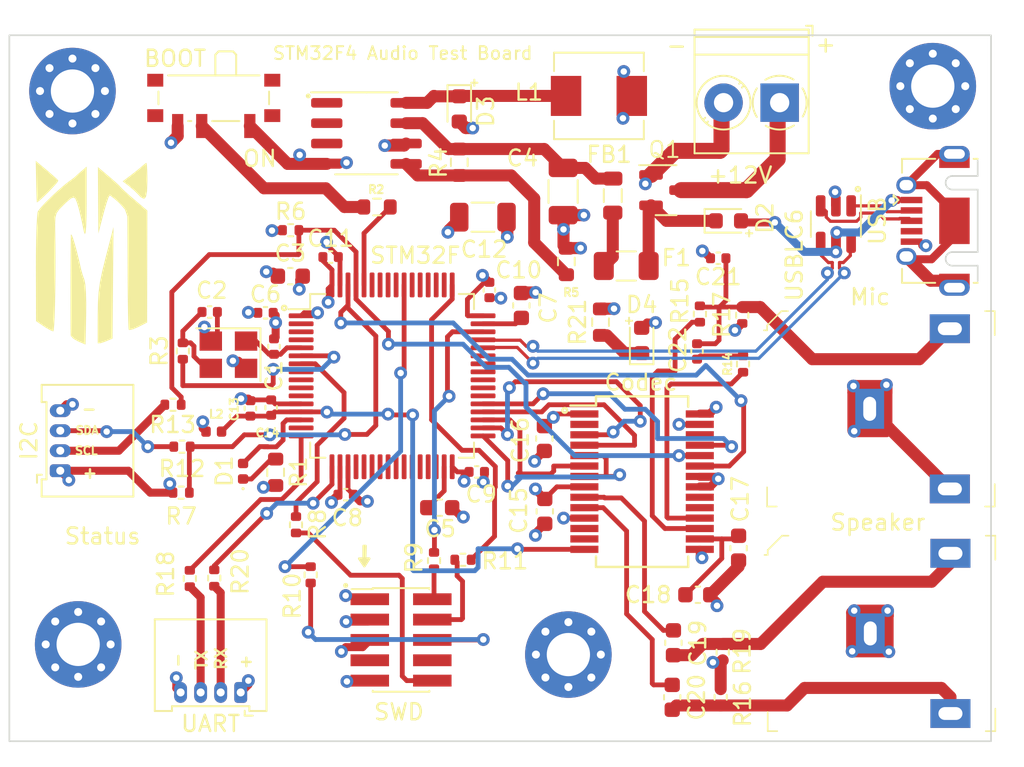
<source format=kicad_pcb>
(kicad_pcb (version 20210606) (generator pcbnew)
  (title_block (title "STM32 Codec Board") (date "2021-08-01") (rev "1.0") (company "Netrona"))
  (layers (0 "F.Cu" signal) (1 "In1.Cu" power) (2 "In2.Cu" power) (31 "B.Cu" signal) (34 "B.Paste" user) (35 "F.Paste" user) (36 "B.SilkS" user "B.Silkscreen") (37 "F.SilkS" user "F.Silkscreen") (38 "B.Mask" user) (39 "F.Mask" user) (44 "Edge.Cuts" user))
  (net 0 "")
  (net 1 "Net-(C21-Pad1)")
  (net 2 "GND")
  (net 3 "Net-(C19-Pad2)")
  (net 4 "Net-(C20-Pad2)")
  (net 5 "+12V")
  (net 6 "Net-(R4-Pad2)")
  (net 7 "Net-(D1-Pad1)")
  (net 8 "Net-(R2-Pad1)")
  (net 9 "BOOT0")
  (net 10 "Net-(D4-Pad1)")
  (net 11 "Net-(C4-Pad1)")
  (net 12 "RXD")
  (net 13 "Net-(J7-Pad2)")
  (net 14 "TXD")
  (net 15 "Net-(J7-Pad3)")
  (net 16 "MICBIAS")
  (net 17 "MICIN")
  (net 18 "Net-(C22-Pad1)")
  (net 19 "I2C_SCL")
  (net 20 "Net-(J4-Pad2)")
  (net 21 "I2C_SDA")
  (net 22 "Net-(J4-Pad3)")
  (net 23 "SWCLK")
  (net 24 "Net-(J1-Pad4)")
  (net 25 "SWO")
  (net 26 "Net-(J1-Pad6)")
  (net 27 "Net-(J1-Pad2)")
  (net 28 "SWDIO")
  (net 29 "NRST")
  (net 30 "Net-(J1-Pad10)")
  (net 31 "DBVDD")
  (net 32 "Net-(C2-Pad1)")
  (net 33 "HSE_OUT")
  (net 34 "USB_CONN_D-")
  (net 35 "USB_CONN_D+")
  (net 36 "USB_D+")
  (net 37 "+5V")
  (net 38 "USB_D-")
  (net 39 "Net-(D2-Pad1)")
  (net 41 "I2S_SCLK")
  (net 42 "I2S_SDO")
  (net 43 "I2S_LRCK")
  (net 44 "I2S_SDI")
  (net 45 "LHPO")
  (net 46 "RHPO")
  (net 49 "+3.3VA")
  (net 50 "Net-(C17-Pad1)")
  (net 53 "I2S_MCLK")
  (net 61 "HSE_IN")
  (net 66 "LED_STATUS")
  (net 79 "Net-(C5-Pad1)")
  (net 86 "Net-(C7-Pad1)")
  (net 96 "unconnected-(J3-Pad6)")
  (net 100 "Net-(FB1-Pad1)")
  (net 101 "Net-(L1-Pad1)")
  (footprint "MountingHole:MountingHole_2.7mm_Pad_Via" (layer "F.Cu") (at 110.109 51.054)
    (fp_text reference "H4")
    (fp_text value "MH")
  )
  (footprint "Capacitor_SMD:C_0402_1005Metric" (layer "F.Cu") (at 150.3934 61.4934 180)
    (fp_text reference "C21")
    (fp_text value "1n")
  )
  (footprint "Diode_SMD:D_0603_1608Metric" (layer "F.Cu") (at 134.239 52.1716 -90)
    (fp_text reference "D3")
    (fp_text value "1N5817")
  )
  (footprint "Resistor_SMD:R_0402_1005Metric" (layer "F.Cu") (at 151.892 65.0494 -90)
    (fp_text reference "R17")
    (fp_text value "47k")
  )
  (footprint "Resistor_SMD:R_0603_1608Metric" (layer "F.Cu") (at 134.239 55.499 -90)
    (fp_text reference "R4")
    (fp_text value "100k")
  )
  (footprint "Inductor_SMD:L_0402_1005Metric" (layer "F.Cu") (at 118.9252 72.3138)
    (fp_text reference "L2")
    (fp_text value "39n")
  )
  (footprint "Capacitor_SMD:C_0603_1608Metric" (layer "F.Cu") (at 133.0198 77.0636)
    (fp_text reference "C5")
    (fp_text value "2u2")
  )
  (footprint "Capacitor_SMD:C_0603_1608Metric" (layer "F.Cu") (at 147.5994 85.4964 -90)
    (fp_text reference "C19")
    (fp_text value "330u")
  )
  (footprint "Connector_PinHeader_1.27mm:PinHeader_2x05_P1.27mm_Vertical_SMD" (layer "F.Cu") (at 130.6068 85.3186)
    (fp_text reference "SWD")
    (fp_text value "SWD")
  )
  (footprint "Package_TO_SOT_SMD:SOT-23" (layer "F.Cu") (at 147.1387 57.2402)
    (fp_text reference "Q1")
    (fp_text value "AO3401A")
  )
  (footprint "LED_SMD:LED_0603_1608Metric" (layer "F.Cu") (at 145.6182 66.6241 90)
    (fp_text reference "D4")
    (fp_text value "LED")
  )
  (footprint "digikey-footprints:Headphone_Jack_3.5mm_SJ1-3523N" (layer "F.Cu") (at 164.8422 70.8914)
    (fp_text reference "Mic")
    (fp_text value "SJ1-3523N")
  )
  (footprint "Resistor_SMD:R_0402_1005Metric" (layer "F.Cu") (at 149.2504 64.9732 90)
    (fp_text reference "R15")
    (fp_text value "680")
  )
  (footprint "Resistor_SMD:R_0402_1005Metric" (layer "F.Cu") (at 124.0536 78.1304 -90)
    (fp_text reference "R8")
    (fp_text value "22")
  )
  (footprint "Package_TO_SOT_SMD:SOT-23-6" (layer "F.Cu") (at 157.734 59.3598 -90)
    (fp_text reference "USBLC6")
    (fp_text value "USBLC6-2SC6")
  )
  (footprint "Inductor_SMD:L_Sunlord_MWSA0518_5.4x5.2mm" (layer "F.Cu") (at 142.9512 51.3588)
    (fp_text reference "L1")
    (fp_text value "47u")
  )
  (footprint "Capacitor_SMD:C_0402_1005Metric" (layer "F.Cu") (at 136.1186 63.4746 -90)
    (fp_text reference "C10")
    (fp_text value "100n")
  )
  (footprint "Package_SO:SOIC-8_3.9x4.9mm_P1.27mm" (layer "F.Cu") (at 128.4478 53.6956)
    (fp_text reference "U2")
    (fp_text value "LM2594HVM-3.3")
  )
  (footprint "Resistor_SMD:R_0402_1005Metric" (layer "F.Cu") (at 116.9924 67.2846 -90)
    (fp_text reference "R3")
    (fp_text value "45")
  )
  (footprint "TerminalBlock_Phoenix:TerminalBlock_Phoenix_PT-1,5-2-3.5-H_1x02_P3.50mm_Horizontal" (layer "F.Cu") (at 154.2262 51.7794 180)
    (fp_text reference "+12V")
    (fp_text value "Power")
  )
  (footprint "Capacitor_SMD:C_0603_1608Metric" (layer "F.Cu") (at 123.698 62.611)
    (fp_text reference "C3")
    (fp_text value "4u7")
  )
  (footprint "Capacitor_SMD:C_0402_1005Metric" (layer "F.Cu") (at 135.3312 74.8284)
    (fp_text reference "C9")
    (fp_text value "100n")
  )
  (footprint "Resistor_SMD:R_0402_1005Metric" (layer "F.Cu") (at 124.968 81.2546 -90)
    (fp_text reference "R10")
    (fp_text value "22")
  )
  (footprint "Crystal:Crystal_SMD_3225-4Pin_3.2x2.5mm" (layer "F.Cu") (at 119.8372 67.5132 180)
    (fp_text reference "Y1")
    (fp_text value "16MHz")
  )
  (footprint "Resistor_SMD:R_0402_1005Metric" (layer "F.Cu") (at 117.4296 81.4832 -90)
    (fp_text reference "R18")
    (fp_text value "22")
  )
  (footprint "Resistor_SMD:R_0603_1608Metric" (layer "F.Cu") (at 129.1082 58.293)
    (fp_text reference "R2")
    (fp_text value "10K")
  )
  (footprint "Connector_Molex:Molex_PicoBlade_53048-0410_1x04_P1.25mm_Horizontal" (layer "F.Cu") (at 109.347 74.7576 90)
    (fp_text reference "I2C")
    (fp_text value "Conn_01x04")
  )
  (footprint "Connector_Molex:Molex_PicoBlade_53048-0410_1x04_P1.25mm_Horizontal" (layer "F.Cu") (at 120.6046 88.5952 180)
    (fp_text reference "UART")
    (fp_text value "Conn_01x04")
  )
  (footprint "Capacitor_SMD:C_1206_3216Metric" (layer "F.Cu") (at 135.7122 58.928)
    (fp_text reference "C12")
    (fp_text value "120u")
  )
  (footprint "Resistor_SMD:R_0402_1005Metric" (layer "F.Cu") (at 151.9428 68.0974 90)
    (fp_text reference "R14")
    (fp_text value "330")
  )
  (footprint "Capacitor_SMD:C_0603_1608Metric" (layer "F.Cu") (at 147.5232 88.9 -90)
    (fp_text reference "C20")
    (fp_text value "330u")
  )
  (footprint "Resistor_SMD:R_0402_1005Metric" (layer "F.Cu") (at 150.5458 88.9 90)
    (fp_text reference "R16")
    (fp_text value "47k")
  )
  (footprint "LED_SMD:LED_0402_1005Metric" (layer "F.Cu") (at 120.7516 74.7871 90)
    (fp_text reference "D1")
    (fp_text value "LED")
  )
  (footprint "digikey-footprints:Headphone_Jack_3.5mm_SJ1-3523N" (layer "F.Cu") (at 164.8796 84.9122)
    (fp_text reference "Speaker")
    (fp_text value "SJ1-3523N")
  )
  (footprint "Capacitor_SMD:C_0402_1005Metric" (layer "F.Cu") (at 121.2088 70.866 90)
    (fp_text reference "C13")
    (fp_text value "1u")
  )
  (footprint "Button_Switch_SMD:SW_SPDT_PCM12" (layer "F.Cu") (at 118.9228 51.8084 180)
    (fp_text reference "BOOT")
    (fp_text value "SW_SPDT")
  )
  (footprint "Connector_USB:USB_Micro-AB_Molex_47590-0001" (layer "F.Cu") (at 165.1288 59.1566 90)
    (fp_text reference "USB")
    (fp_text value "USB_B_Mini")
    (fp_line (start -1.95 -0.125) (end -1.95 1.45) (layer "Edge.Cuts") (width 0.1))
    (fp_line (start 2.8 1.45) (end 3.75 1.45) (layer "Edge.Cuts") (width 0.1))
    (fp_line (start 1.95 -0.125) (end 1.95 1.45) (layer "Edge.Cuts") (width 0.1))
    (fp_line (start -3.75 1.45) (end -2.8 1.45) (layer "Edge.Cuts") (width 0.1))
    (fp_line (start -2.8 -0.125) (end -2.8 1.45) (layer "Edge.Cuts") (width 0.1))
    (fp_line (start -1.95 1.45) (end 1.95 1.45) (layer "Edge.Cuts") (width 0.1))
    (fp_line (start 2.8 -0.125) (end 2.8 1.45) (layer "Edge.Cuts") (width 0.1))
    (fp_arc (start 2.375 -0.125) (end 1.95 -0.125) (angle 180) (layer "Edge.Cuts") (width 0.1))
    (fp_arc (start -2.375 -0.125) (end -2.8 -0.125) (angle 180) (layer "Edge.Cuts") (width 0.1))
  )
  (footprint "Package_QFP:LQFP-64_10x10mm_P0.5mm" (layer "F.Cu") (at 130.048 68.834)
    (fp_text reference "STM32F")
    (fp_text value "STM32F405RGTx")
  )
  (footprint "Capacitor_SMD:C_0402_1005Metric" (layer "F.Cu") (at 149.0726 67.31 90)
    (fp_text reference "C22")
    (fp_text value "1n")
  )
  (footprint "Package_SO:SSOP-28_5.3x10.2mm_P0.65mm" (layer "F.Cu") (at 145.6436 75.438)
    (fp_text reference "Codec")
    (fp_text value "WM8731SEDS")
  )
  (footprint "Resistor_SMD:R_0402_1005Metric" (layer "F.Cu") (at 118.9536 81.4558 -90)
    (fp_text reference "R20")
    (fp_text value "22")
  )
  (footprint "Capacitor_SMD:C_1206_3216Metric" (layer "F.Cu") (at 140.716 57.3278 -90)
    (fp_text reference "C4")
    (fp_text value "68u")
  )
  (footprint "Capacitor_SMD:C_0603_1608Metric" (layer "F.Cu") (at 139.5476 72.7456 -90)
    (fp_text reference "C16")
    (fp_text value "0.1u")
  )
  (footprint "Capacitor_SMD:C_0603_1608Metric" (layer "F.Cu") (at 151.6634 79.5906 -90)
    (fp_text reference "C17")
    (fp_text value "10u")
  )
  (footprint "LogoL:LogoL" (layer "F.Cu") (at 111.275 61.15)
    (fp_text reference "G***")
    (fp_text value "LOGO" hide)
  )
  (footprint "Inductor_SMD:L_0805_2012Metric" (layer "F.Cu") (at 143.8148 57.5818 90)
    (fp_text reference "FB1")
    (fp_text value "600 @ 600MHz")
  )
  (footprint "Capacitor_SMD:C_0402_1005Metric" (layer "F.Cu") (at 118.6688 64.8462)
    (fp_text reference "C2")
    (fp_text value "12p")
  )
  (footprint "Resistor_SMD:R_0603_1608Metric" (layer "F.Cu") (at 122.7836 74.8538 -90)
    (fp_text reference "R1")
    (fp_text value "1k5")
  )
  (footprint "Capacitor_SMD:C_0402_1005Metric" (layer "F.Cu") (at 122.682 67.0052 90)
    (fp_text reference "C1")
    (fp_text value "12p")
  )
  (footprint "Resistor_SMD:R_0402_1005Metric" (layer "F.Cu") (at 150.6728 86.0806 -90)
    (fp_text reference "R19")
    (fp_text value "47k")
  )
  (footprint "Capacitor_SMD:C_0603_1608Metric" (layer "F.Cu") (at 139.573 77.2922 -90)
    (fp_text reference "C15")
    (fp_text value "0.1u")
  )
  (footprint "Resistor_SMD:R_0603_1608Metric" (layer "F.Cu") (at 140.9192 61.6966 90)
    (fp_text reference "R5")
    (fp_text value "68k")
  )
  (footprint "Diode_SMD:D_0603_1608Metric" (layer "F.Cu") (at 151.0284 59.1566)
    (fp_text reference "D2")
    (fp_text value "1N5817")
  )
  (footprint "Resistor_SMD:R_0402_1005Metric" (layer "F.Cu") (at 116.8908 76.1238)
    (fp_text reference "R7")
    (fp_text value "2.2k")
  )
  (footprint "Capacitor_SMD:C_0402_1005Metric" (layer "F.Cu") (at 122.5042 70.8152 90)
    (fp_text reference "C14")
    (fp_text value "10n")
  )
  (footprint "Resistor_SMD:R_0402_1005Metric" (layer "F.Cu") (at 123.7234 59.7408)
    (fp_text reference "R6")
    (fp_text value "2.2k")
  )
  (footprint "Resistor_SMD:R_0603_1608Metric" (layer "F.Cu") (at 143.0528 65.4812 90)
    (fp_text reference "R21")
    (fp_text value "1k5")
  )
  (footprint "Capacitor_SMD:C_0402_1005Metric" (layer "F.Cu") (at 127.1524 76.2508 180)
    (fp_text reference "C8")
    (fp_text value "100n")
  )
  (footprint "Resistor_SMD:R_0402_1005Metric" (layer "F.Cu") (at 134.4676 80.3148 180)
    (fp_text reference "R11")
    (fp_text value "22")
  )
  (footprint "MountingHole:MountingHole_2.7mm_Pad_Via" (layer "F.Cu") (at 163.7792 50.7492)
    (fp_text reference "H3")
    (fp_text value "MH")
  )
  (footprint "Resistor_SMD:R_0402_1005Metric" (layer "F.Cu") (at 116.9416 73.2536 180)
    (fp_text reference "R12")
    (fp_text value "22")
  )
  (footprint "Capacitor_SMD:C_0603_1608Metric" (layer "F.Cu") (at 149.1234 82.4992)
    (fp_text reference "C18")
    (fp_text value "0.1u")
  )
  (footprint "Fuse:Fuse_1206_3216Metric" (layer "F.Cu") (at 144.653 61.976 180)
    (fp_text reference "F1")
    (fp_text value "250mA")
  )
  (footprint "Capacitor_SMD:C_0402_1005Metric" (layer "F.Cu") (at 126.2126 61.4172)
    (fp_text reference "C11")
    (fp_text value "100n")
  )
  (footprint "Capacitor_SMD:C_0603_1608Metric" (layer "F.Cu") (at 138.1128 64.4398 90)
    (fp_text reference "C7")
    (fp_text value "2u2")
  )
  (footprint "MountingHole:MountingHole_2.7mm_Pad_Via" (layer "F.Cu") (at 110.4646 85.598)
    (fp_text reference "H1")
    (fp_text value "MH")
  )
  (footprint "Capacitor_SMD:C_0402_1005Metric" (layer "F.Cu") (at 122.1512 64.897)
    (fp_text reference "C6")
    (fp_text value "100n")
  )
  (footprint "Resistor_SMD:R_0402_1005Metric" (layer "F.Cu") (at 132.6642 80.3656 90)
    (fp_text reference "R9")
    (fp_text value "22")
  )
  (footprint "MountingHole:MountingHole_2.7mm_Pad_Via" (layer "F.Cu") (at 141.0462 86.233)
    (fp_text reference "H2")
    (fp_text value "MH")
  )
  (footprint "Resistor_SMD:R_0402_1005Metric" (layer "F.Cu") (at 116.3808 70.6374 180)
    (fp_text reference "R13")
    (fp_text value "22")
  )
  (gr_circle (center 140.8176 70.993) (end 140.8684 71.0438) (layer "F.SilkS") (width 0.15) (fill none))
  (gr_poly (pts (xy 128.3716 80.2386) (xy 128.6256 80.2386) (xy 128.3208 80.7212) (xy 127.9906 80.2386) (xy 128.27 80.2386) (xy 128.27 79.4512) (xy 128.397 79.4512)) (layer "F.SilkS") (width 0.15) (fill solid))
  (gr_circle (center 123.317 64.5922) (end 123.3424 64.643) (layer "F.SilkS") (width 0.15) (fill none))
  (gr_circle (center 159.1056 57.1754) (end 159.1056 57.2262) (layer "F.SilkS") (width 0.15) (fill none))
  (gr_circle (center 127.1524 81.915) (end 127.1778 81.9912) (layer "F.SilkS") (width 0.15) (fill none))
  (gr_circle (center 124.8156 51.3588) (end 124.8156 51.435) (layer "F.SilkS") (width 0.15) (fill none))
  (gr_rect (start 167.4114 91.6432) (end 106.172 47.5742) (layer "Edge.Cuts") (width 0.1) (fill none))
  (gr_text "SCL" (at 110.9726 73.5076) (layer "F.SilkS") (effects (font (size 0.5 0.5) (thickness 0.125))))
  (gr_text "-" (at 116.7638 86.5886 270) (layer "F.SilkS") (effects (font (size 0.7 0.7))))
  (gr_text "ON" (at 121.793 55.2704) (layer "F.SilkS") (effects (font (size 1 1))))
  (gr_text "+" (at 144.8308 65.4304 180) (layer "F.SilkS") (effects (font (size 0.5 0.5) (thickness 0.125))))
  (gr_text "Status" (at 111.9886 78.8416) (layer "F.SilkS") (effects (font (size 1 1))))
  (gr_text "TX" (at 118.1608 86.5632 90) (layer "F.SilkS") (effects (font (size 0.7 0.7))))
  (gr_text "STM32F4 Audio Test Board" (at 130.7084 48.6918) (layer "F.SilkS") (effects (font (size 0.8 0.8) (thickness 0.125))))
  (gr_text "+" (at 120.9548 86.741 180) (layer "F.SilkS") (effects (font (size 0.7 0.7))))
  (gr_text "+" (at 135.1788 50.5714 180) (layer "F.SilkS") (effects (font (size 0.5 0.5) (thickness 0.125))))
  (gr_text "+" (at 111.2012 74.9808 180) (layer "F.SilkS") (effects (font (size 0.7 0.7))))
  (gr_text "-" (at 111.1504 70.993 180) (layer "F.SilkS") (effects (font (size 0.7 0.7))))
  (gr_text "SDA" (at 111.0234 72.2376) (layer "F.SilkS") (effects (font (size 0.5 0.5) (thickness 0.125))))
  (gr_text "+" (at 157.1752 48.2092 270) (layer "F.SilkS") (effects (font (size 1 1))))
  (gr_text "-" (at 147.8026 48.2092) (layer "F.SilkS") (effects (font (size 1 1))))
  (gr_text "+" (at 152.3238 59.9694 180) (layer "F.SilkS") (effects (font (size 0.5 0.5) (thickness 0.125))))
  (gr_text "RX" (at 119.38 86.487 90) (layer "F.SilkS") (effects (font (size 0.7 0.7))))
  (segment (start 150.8734 61.4934) (end 150.8734 64.1376) (width 0.3) (layer "F.Cu") (net 1))
  (segment (start 150.213 66.83) (end 150.4442 66.5988) (width 0.3) (layer "F.Cu") (net 1))
  (segment (start 164.8422 65.8914) (end 162.941 67.7926) (width 0.75) (layer "F.Cu") (net 1))
  (segment (start 150.4442 66.5988) (end 150.4442 64.5668) (width 0.3) (layer "F.Cu") (net 1))
  (segment (start 149.3266 64.5394) (end 149.2504 64.4632) (width 0.3) (layer "F.Cu") (net 1))
  (segment (start 149.0726 66.83) (end 150.213 66.83) (width 0.3) (layer "F.Cu") (net 1))
  (segment (start 150.8734 64.1376) (end 150.4442 64.5668) (width 0.3) (layer "F.Cu") (net 1))
  (segment (start 162.941 67.7926) (end 156.2608 67.7926) (width 0.75) (layer "F.Cu") (net 1))
  (segment (start 150.4168 64.5394) (end 149.3266 64.5394) (width 0.3) (layer "F.Cu") (net 1))
  (segment (start 151.892 64.5394) (end 150.4168 64.5394) (width 0.3) (layer "F.Cu") (net 1))
  (segment (start 150.4442 64.5668) (end 150.4168 64.5394) (width 0.3) (layer "F.Cu") (net 1))
  (segment (start 156.2608 67.7926) (end 153.0076 64.5394) (width 0.75) (layer "F.Cu") (net 1))
  (segment (start 153.0076 64.5394) (end 151.892 64.5394) (width 0.75) (layer "F.Cu") (net 1))
  (segment (start 141.8082 60.8584) (end 140.9324 60.8584) (width 0.75) (layer "F.Cu") (net 2))
  (segment (start 139.0018 63.627) (end 138.1506 63.627) (width 0.75) (layer "F.Cu") (net 2))
  (segment (start 134.379 77.6478) (end 133.7948 77.0636) (width 0.5) (layer "F.Cu") (net 2))
  (segment (start 163.1442 60.706) (end 163.1188 60.6806) (width 0.5) (layer "F.Cu") (net 2))
  (segment (start 137.492 58.8518) (end 137.492 58.7774) (width 0.3) (layer "F.Cu") (net 2))
  (segment (start 109.7426 70.612) (end 109.347 71.0076) (width 0.5) (layer "F.Cu") (net 2))
  (segment (start 160.8836 69.3928) (end 160.8836 71.9328) (width 0.75) (layer "F.Cu") (net 2))
  (segment (start 138.938 74.1302) (end 139.5476 73.5206) (width 0.5) (layer "F.Cu") (net 2))
  (segment (start 140.7414 59.69) (end 140.7414 60.6938) (width 0.75) (layer "F.Cu") (net 2))
  (segment (start 158.8262 69.8754) (end 159.8422 70.8914) (width 0.75) (layer "F.Cu") (net 2))
  (segment (start 122.0216 75.7936) (end 122.6688 75.7936) (width 0.5) (layer "F.Cu") (net 2))
  (segment (start 145.8468 56.6446) (end 146.2012 56.2902) (width 0.5) (layer "F.Cu") (net 2))
  (segment (start 127.2286 87.9094) (end 128.606 87.9094) (width 0.5) (layer "F.Cu") (net 2))
  (segment (start 136.1466 63.9826) (end 136.1186 63.9546) (width 0.3) (layer "F.Cu") (net 2))
  (segment (start 122.7836 65.0494) (end 122.6312 64.897) (width 0.5) (layer "F.Cu") (net 2))
  (segment (start 158.877 83.9096) (end 159.8796 84.9122) (width 0.75) (layer "F.Cu") (net 2))
  (segment (start 160.9598 83.4898) (end 160.9598 83.832) (width 0.75) (layer "F.Cu") (net 2))
  (segment (start 138.9888 78.7908) (end 138.9888 78.6514) (width 0.5) (layer "F.Cu") (net 2))
  (segment (start 160.9598 83.82) (end 158.75 86.0298) (width 0.75) (layer "F.Cu") (net 2))
  (segment (start 150.5458 88.39) (end 150.5458 86.7176) (width 0.75) (layer "F.Cu") (net 2))
  (segment (start 122.5042 70.3352) (end 122.753 70.584) (width 0.3) (layer "F.Cu") (net 2))
  (segment (start 138.1506 63.627) (end 138.1128 63.6648) (width 0.75) (layer "F.Cu") (net 2))
  (segment (start 136.8298 63.9826) (end 136.1466 63.9826) (width 0.3) (layer "F.Cu") (net 2))
  (segment (start 124.2568 63.4238) (end 124.2568 62.8272) (width 0.5) (layer "F.Cu") (net 2))
  (segment (start 120.4682 67.8942) (end 120.9372 68.3632) (width 0.5) (layer "F.Cu") (net 2))
  (segment (start 160.9598 83.832) (end 159.8796 84.9122) (width 0.75) (layer "F.Cu") (net 2))
  (segment (start 158.877 83.8962) (end 161.036 86.0552) (width 0.75) (layer "F.Cu") (net 2))
  (segment (start 129.5908 54.4576) (end 130.7958 54.4576) (width 0.75) (layer "F.Cu") (net 2))
  (segment (start 158.75 83.6168) (end 158.877 83.4898) (width 0.75) (layer "F.Cu") (net 2))
  (segment (start 119.1488 66.2516) (end 118.7372 66.6632) (width 0.3) (layer "F.Cu") (net 2))
  (segment (start 151.4622 65.9892) (end 151.892 65.5594) (width 0.5) (layer "F.Cu") (net 2))
  (segment (start 128.5298 84.1756) (end 128.6568 84.0486) (width 0.5) (layer "F.Cu") (net 2))
  (segment (start 142.0114 58.801) (end 140.7178 58.801) (width 0.75) (layer "F.Cu") (net 2))
  (segment (start 145.8468 56.8452) (end 145.8468 56.6446) (width 0.5) (layer "F.Cu") (net 2))
  (segment (start 150.3934 75.2602) (end 150.270711 75.137511) (width 0.5) (layer "F.Cu") (net 2))
  (segment (start 121.2596 70.3352) (end 121.2088 70.386) (width 0.3) (layer "F.Cu") (net 2))
  (segment (start 158.8262 69.8754) (end 158.8262 72.2376) (width 0.75) (layer "F.Cu") (net 2))
  (segment (start 158.75 86.0298) (end 161.0106 86.0298) (width 0.75) (layer "F.Cu") (net 2))
  (segment (start 160.8074 69.469) (end 160.8836 69.3928) (width 0.75) (layer "F.Cu") (net 2))
  (segment (start 150.3172 83.185) (end 150.3172 82.918) (width 0.5) (layer "F.Cu") (net 2))
  (segment (start 151.4348 65.9892) (end 151.4622 65.9892) (width 0.5) (layer "F.Cu") (net 2))
  (segment (start 122.6688 75.7936) (end 122.7836 75.6788) (width 0.5) (layer "F.Cu") (net 2))
  (segment (start 149.4028 61.0362) (end 149.4562 61.0362) (width 0.5) (layer "F.Cu") (net 2))
  (segment (start 120.6246 70.2564) (end 121.0792 70.2564) (width 0.5) (layer "F.Cu") (net 2))
  (segment (start 158.877 83.4898) (end 160.9598 83.4898) (width 0.75) (layer "F.Cu") (net 2))
  (segment (start 119.1488 64.8462) (end 119.1488 66.2516) (width 0.3) (layer "F.Cu") (net 2))
  (segment (start 150.5478 86.7156) (end 150.6728 86.5906) (width 0.5) (layer "F.Cu") (net 2))
  (segment (start 150.5458 86.7176) (end 150.6728 86.5906) (width 0.75) (layer "F.Cu") (net 2))
  (segment (start 137.492 58.7774) (end 137.4902 58.7756) (width 0.3) (layer "F.Cu") (net 2))
  (segment (start 150.270711 75.137511) (end 149.2436 75.137511) (width 0.5) (layer "F.Cu") (net 2))
  (segment (start 122.753 70.584) (end 124.373 70.584) (width 0.3) (layer "F.Cu") (net 2))
  (segment (start 161.0487 72.0979) (end 159.8422 70.8914) (width 0.75) (layer "F.Cu") (net 2))
  (segment (start 160.8836 69.85) (end 159.8422 70.8914) (width 0.75) (layer "F.Cu") (net 2))
  (segment (start 157.6832 58.1715) (end 157.734 58.2223) (width 0.5) (layer "F.Cu") (net 2))
  (segment (start 120.1166 67.8942) (end 120.4682 67.8942) (width 0.5) (layer "F.Cu") (net 2))
  (segment (start 128.606 87.9094) (end 128.6568 87.8586) (width 0.5) (layer "F.Cu") (net 2))
  (segment (start 158.8262 72.2376) (end 158.877 72.2884) (width 0.75) (layer "F.Cu") (net 2))
  (segment (start 163.3474 60.706) (end 163.1442 60.706) (width 0.5) (layer "F.Cu") (net 2))
  (segment (start 116.6728 53.8628) (end 116.2558 54.2798) (width 0.75) (layer "F.Cu") (net 2))
  (segment (start 160.8582 72.2884) (end 161.0487 72.0979) (width 0.75) (layer "F.Cu") (net 2))
  (segment (start 121.0792 70.2564) (end 121.2088 70.386) (width 0.5) (layer "F.Cu") (net 2))
  (segment (start 126.6926 61.4172) (end 126.798 61.5226) (width 0.3) (layer "F.Cu") (net 2))
  (segment (start 149.3774 80.1878) (end 149.2436 80.054) (width 0.5) (layer "F.Cu") (net 2))
  (segment (start 140.74578 77.713) (end 142.0436 77.713) (width 0.3) (layer "F.Cu") (net 2))
  (segment (start 126.2634 76.7334) (end 126.2634 76.6598) (width 0.5) (layer "F.Cu") (net 2))
  (segment (start 135.8112 75.3898) (end 135.7376 75.4634) (width 0.5) (layer "F.Cu") (net 2))
  (segment (start 149.867711 71.188489) (end 149.2436 71.188489) (width 0.5) (layer "F.Cu") (net 2))
  (segment (start 143.066 64.643) (end 143.0528 64.6562) (width 0.75) (layer "F.Cu") (net 2))
  (segment (start 140.7414 60.6938) (end 140.9192 60.8716) (width 0.75) (layer "F.Cu") (net 2))
  (segment (start 158.762 86.0298) (end 159.8796 84.9122) (width 0.75) (layer "F.Cu") (net 2))
  (segment (start 126.798 61.5226) (end 126.798 63.159) (width 0.3) (layer "F.Cu") (net 2))
  (segment (start 164.8422 75.8914) (end 161.0487 72.0979) (width 0.75) (layer "F.Cu") (net 2))
  (segment (start 116.586 87.6808) (end 116.586 88.3266) (width 0.5) (layer "F.Cu") (net 2))
  (segment (start 150.495 54.7878) (end 150.5992 54.6836) (width 1) (layer "F.Cu") (net 2))
  (segment (start 149.2436 80.054) (end 149.2436 79.687511) (width 0.5) (layer "F.Cu") (net 2))
  (segment (start 127.157296 85.769089) (end 128.206311 85.769089) (width 0.5) (layer "F.Cu") (net 2))
  (segment (start 158.8262 69.469) (end 160.8074 69.469) (width 0.75) (layer "F.Cu") (net 2))
  (segment (start 140.9324 60.8584) (end 140.9192 60.8716) (width 0.75) (layer "F.Cu") (net 2))
  (segment (start 158.8262 69.469) (end 158.8262 69.8754) (width 0.75) (layer "F.Cu") (net 2))
  (segment (start 126.2634 76.6598) (end 126.6724 76.2508) (width 0.5) (layer "F.Cu") (net 2))
  (segment (start 122.7836 65.5066) (end 122.7836 65.0494) (width 0.5) (layer "F.Cu") (net 2))
  (segment (start 161.036 86.0552) (end 161.0226 86.0552) (width 0.75) (layer "F.Cu") (net 2))
  (segment (start 160.9598 83.4898) (end 160.9598 83.82) (width 0.75) (layer "F.Cu") (net 2))
  (segment (start 124.2568 62.8272) (end 124.473 62.611) (width 0.5) (layer "F.Cu") (net 2))
  (segment (start 116.586 88.3266) (end 116.8546 88.5952) (width 0.5) (layer "F.Cu") (net 2))
  (segment (start 140.7178 58.801) (end 140.716 58.8028) (width 0.75) (layer "F.Cu") (net 2))
  (segment (start 161.0226 86.0552) (end 159.8796 84.9122) (width 0.75) (layer "F.Cu") (net 2))
  (segment (start 140.7414 59.69) (end 140.7414 58.8282) (width 0.75) (layer "F.Cu") (net 2))
  (segment (start 128.206311 85.769089) (end 128.6568 85.3186) (width 0.5) (layer "F.Cu") (net 2))
  (segment (start 125.960916 60.63616) (end 126.6926 61.367844) (width 0.3) (layer "F.Cu") (net 2))
  (segment (start 149.915111 75.738489) (end 149.2436 75.738489) (width 0.5) (layer "F.Cu") (net 2))
  (segment (start 110.109 70.612) (end 109.7426 70.612) (width 0.5) (layer "F.Cu") (net 2))
  (segment (start 118.3386 65.786) (end 118.3386 66.2646) (width 0.5) (layer "F.Cu") (net 2))
  (segment (start 116.6728 53.2384) (end 116.6728 53.8628) (width 0.75) (layer "F.Cu") (net 2))
  (segment (start 126.6724 76.2508) (end 126.798 76.1252) (width 0.3) (layer "F.Cu") (net 2))
  (segment (start 127.1778 84.1756) (end 128.5298 84.1756) (width 0.5) (layer "F.Cu") (net 2))
  (segment (start 160.9598 83.4898) (end 160.9598 85.979) (width 0.75) (layer "F.Cu") (net 2))
  (segment (start 160.8836 69.3928) (end 160.8836 69.85) (width 0.75) (layer "F.Cu") (net 2))
  (segment (start 160.8836 71.9328) (end 161.0487 72.0979) (width 0.75) (layer "F.Cu") (net 2))
  (segment (start 122.7836 66.4236) (end 122.682 66.5252) (width 0.5) (layer "F.Cu") (net 2))
  (segment (start 150.0632 86.7156) (end 150.5478 86.7156) (width 0.5) (layer "F.Cu") (net 2))
  (segment (start 158.75 86.0298) (end 158.75 83.6168) (width 0.75) (layer "F.Cu") (net 2))
  (segment (start 137.2362 60.1726) (end 137.2362 58.977) (width 0.75) (layer "F.Cu") (net 2))
  (segment (start 150.2664 70.7898) (end 149.867711 71.188489) (width 0.5) (layer "F.Cu") (net 2))
  (segment (start 125.960916 60.4903) (end 125.960916 60.63616) (width 0.3) (layer "F.Cu") (net 2))
  (segment (start 138.9888 78.6514) (end 139.573 78.0672) (width 0.5) (layer "F.Cu") (net 2))
  (segment (start 157.6832 57.3532) (end 157.6832 58.1715) (width 0.5) (layer "F.Cu") (net 2))
  (segment (start 130.7958 54.4576) (end 130.9228 54.3306) (width 0.75) (layer "F.Cu") (net 2))
  (segment (start 135.8112 74.8284) (end 135.8112 75.3898) (width 0.5) (layer "F.Cu") (net 2))
  (segment (start 140.7414 58.8282) (end 140.716 58.8028) (width 0.75) (layer "F.Cu") (net 2))
  (segment (start 143.891 64.643) (end 143.066 64.643) (width 0.75) (layer "F.Cu") (net 2))
  (segment (start 118.3386 66.2646) (end 118.7372 66.6632) (width 0.5) (layer "F.Cu") (net 2))
  (segment (start 147.7036 54.7878) (end 150.495 54.7878) (width 1) (layer "F.Cu") (net 2))
  (segment (start 126.798 76.1252) (end 126.798 74.509) (width 0.3) (layer "F.Cu") (net 2))
  (segment (start 135.0772 53.3654) (end 134.6453 53.3654) (width 0.75) (layer "F.Cu") (net 2))
  (segment (start 122.7836 65.5066) (end 122.7836 66.4236) (width 0.5) (layer "F.Cu") (net 2))
  (segment (start 161.0106 86.0298) (end 161.036 86.0552) (width 0.75) (layer "F.Cu") (net 2))
  (segment (start 122.5042 70.3352) (end 121.2596 70.3352) (width 0.3) (layer "F.Cu") (net 2))
  (segment (start 126.6926 61.367844) (end 126.6926 61.4172) (width 0.3) (layer "F.Cu") (net 2))
  (segment (start 158.877 83.4898) (end 158.877 83.9096) (width 0.75) (layer "F.Cu") (net 2))
  (segment (start 160.9598 85.979) (end 161.036 86.0552) (width 0.75) (layer "F.Cu") (net 2))
  (segment (start 151.6634 80.3656) (end 151.6634 80.7342) (width 0.75) (layer "F.Cu") (net 2))
  (segment (start 146.2012 56.2902) (end 147.7036 54.7878) (width 1) (layer "F.Cu") (net 2))
  (segment (start 138.938 74.168) (end 138.938 74.1302) (width 0.5) (layer "F.Cu") (net 2))
  (segment (start 150.3934 75.2602) (end 149.915111 75.738489) (width 0.5) (layer "F.Cu") (net 2))
  (segment (start 151.6634 80.7342) (end 149.8984 82.4992) (width 0.75) (layer "F.Cu") (net 2))
  (segment (start 158.877 72.2884) (end 160.8582 72.2884) (width 0.75) (layer "F.Cu") (net 2))
  (segment (start 158.877 83.4898) (end 158.877 83.8962) (width 0.75) (layer "F.Cu") (net 2))
  (segment (start 134.6453 53.3654) (end 134.239 52.9591) (width 0.75) (layer "F.Cu") (net 2))
  (segment (start 158.75 86.0298) (end 158.762 86.0298) (width 0.75) (layer "F.Cu") (net 2))
  (segment (start 150.3172 82.918) (end 149.8984 82.4992) (width 0.5) (layer "F.Cu") (net 2))
  (segment (start 149.4562 61.0362) (end 149.9134 61.4934) (width 0.5) (layer "F.Cu") (net 2))
  (segment (start 134.493 77.6478) (end 134.379 77.6478) (width 0.5) (layer "F.Cu") (net 2))
  (segment (start 150.5992 54.6836) (end 150.5992 51.9826) (width 1) (layer "F.Cu") (net 2))
  (segment (start 137.2362 58.977) (end 137.1872 58.928) (width 0.75) (layer "F.Cu") (net 2))
  (segment (start 126.883685 86.0427) (end 127.157296 85.769089) (width 0.5) (layer "F.Cu") (net 2))
  (via (at 149.3774 80.1878) (size 0.8) (drill 0.4) (layers "F.Cu" "B.Cu") (net 2))
  (via (at 136.8298 63.9826) (size 0.8) (drill 0.4) (layers "F.Cu" "B.Cu") (net 2))
  (via (at 150.0632 86.7156) (size 0.8) (drill 0.4) (layers "F.Cu" "B.Cu") (net 2))
  (via (at 161.036 86.0552) (size 0.8) (drill 0.4) (layers "F.Cu" "B.Cu") (net 2))
  (via (at 149.4028 61.0362) (size 0.8) (drill 0.4) (layers "F.Cu" "B.Cu") (net 2))
  (via (at 127.2286 87.9094) (size 0.8) (drill 0.4) (layers "F.Cu" "B.Cu") (net 2))
  (via (at 145.8468 56.8452) (size 0.8) (drill 0.4) (layers "F.Cu" "B.Cu") (net 2))
  (via (at 157.6832 57.3532) (size 0.8) (drill 0.4) (layers "F.Cu" "B.Cu") (net 2))
  (via (at 160.8836 69.3928) (size 0.8) (drill 0.4) (layers "F.Cu" "B.Cu") (net 2))
  (via (at 150.3934 75.2602) (size 0.8) (drill 0.4) (layers "F.Cu" "B.Cu") (net 2))
  (via (at 137.2362 60.1726) (size 0.8) (drill 0.4) (layers "F.Cu" "B.Cu") (net 2))
  (via (at 141.8082 60.8584) (size 0.8) (drill 0.4) (layers "F.Cu" "B.Cu") (net 2))
  (via (at 135.7376 75.4634) (size 0.8) (drill 0.4) (layers "F.Cu" "B.Cu") (net 2))
  (via (at 150.3172 83.185) (size 0.8) (drill 0.4) (layers "F.Cu" "B.Cu") (net 2))
  (via (at 139.0018 63.627) (size 0.8) (drill 0.4) (layers "F.Cu" "B.Cu") (net 2))
  (via (at 158.877 72.2884) (size 0.8) (drill 0.4) (layers "F.Cu" "B.Cu") (net 2))
  (via (at 140.7414 59.69) (size 0.8) (drill 0.4) (layers "F.Cu" "B.Cu") (net 2))
  (via (at 120.6246 70.2564) (size 0.8) (drill 0.4) (layers "F.Cu" "B.Cu") (net 2))
  (via (at 122.0216 75.7936) (size 0.8) (drill 0.4) (layers "F.Cu" "B.Cu") (net 2))
  (via (at 120.1166 67.8942) (size 0.8) (drill 0.4) (layers "F.Cu" "B.Cu") (net 2))
  (via (at 158.8262 69.469) (size 0.8) (drill 0.4) (layers "F.Cu" "B.Cu") (net 2))
  (via (at 124.2568 63.4238) (size 0.8) (drill 0.4) (layers "F.Cu" "B.Cu") (net 2))
  (via (at 127.1778 84.1756) (size 0.8) (drill 0.4) (layers "F.Cu" "B.Cu") (net 2))
  (via (at 129.5908 54.4576) (size 0.8) (drill 0.4) (layers "F.Cu" "B.Cu") (net 2))
  (via (at 143.891 64.643) (size 0.8) (drill 0.4) (layers "F.Cu" "B.Cu") (net 2))
  (via (at 110.109 70.612) (size 0.8) (drill 0.4) (layers "F.Cu" "B.Cu") (net 2))
  (via (at 150.2664 70.7898) (size 0.8) (drill 0.4) (layers "F.Cu" "B.Cu") (net 2))
  (via (at 125.960916 60.4903) (size 0.8) (drill 0.4) (layers "F.Cu" "B.Cu") (net 2))
  (via (at 116.586 87.6808) (size 0.8) (drill 0.4) (layers "F.Cu" "B.Cu") (net 2))
  (via (at 138.938 74.168) (size 0.8) (drill 0.4) (layers "F.Cu" "B.Cu") (net 2))
  (via (at 158.75 86.0298) (size 0.8) (drill 0.4) (layers "F.Cu" "B.Cu") (net 2))
  (via (at 134.493 77.6478) (size 0.8) (drill 0.4) (layers "F.Cu" "B.Cu") (net 2))
  (via (at 118.3386 65.786) (size 0.8) (drill 0.4) (layers "F.Cu" "B.Cu") (net 2))
  (via (at 142.0114 58.801) (size 0.8) (drill 0.4) (layers "F.Cu" "B.Cu") (net 2))
  (via (at 135.0772 53.3654) (size 0.8) (drill 0.4) (layers "F.Cu" "B.Cu") (net 2))
  (via (at 126.2634 76.7334) (size 0.8) (drill 0.4) (layers "F.Cu" "B.Cu") (net 2))
  (via (at 138.9888 78.7908) (size 0.8) (drill 0.4) (layers "F.Cu" "B.Cu") (net 2))
  (via (at 126.883685 86.0427) (size 0.8) (drill 0.4) (layers "F.Cu" "B.Cu") (net 2))
  (via (at 163.3474 60.706) (size 0.8) (drill 0.4) (layers "F.Cu" "B.Cu") (net 2))
  (via (at 116.2558 54.2798) (size 0.8) (drill 0.4) (layers "F.Cu" "B.Cu") (net 2))
  (via (at 158.877 83.4898) (size 0.8) (drill 0.4) (layers "F.Cu" "B.Cu") (net 2))
  (via (at 160.9598 83.4898) (size 0.8) (drill 0.4) (layers "F.Cu" "B.Cu") (net 2))
  (via (at 122.7836 65.5066) (size 0.8) (drill 0.4) (layers "F.Cu" "B.Cu") (net 2))
  (via (at 140.74578 77.713) (size 0.8) (drill 0.4) (layers "F.Cu" "B.Cu") (net 2))
  (via (at 151.4348 65.9892) (size 0.8) (drill 0.4) (layers "F.Cu" "B.Cu") (net 2))
  (segment (start 147.5994 86.2714) (end 148.7294 86.2714) (width 0.75) (layer "F.Cu") (net 3))
  (segment (start 148.7294 86.2714) (end 149.4302 85.5706) (width 0.75) (layer "F.Cu") (net 3))
  (segment (start 150.6728 85.5706) (end 151.3606 85.5706) (width 0.75) (layer "F.Cu") (net 3))
  (segment (start 163.703 81.6864) (end 164.8796 80.5098) (width 0.75) (layer "F.Cu") (net 3))
  (segment (start 164.8796 80.5098) (end 164.8796 79.9122) (width 0.75) (layer "F.Cu") (net 3))
  (segment (start 156.9212 81.6864) (end 163.703 81.6864) (width 0.75) (layer "F.Cu") (net 3))
  (segment (start 149.4302 85.5706) (end 151.3606 85.5706) (width 0.75) (layer "F.Cu") (net 3))
  (segment (start 153.037 85.5706) (end 156.9212 81.6864) (width 0.75) (layer "F.Cu") (net 3))
  (segment (start 151.3606 85.5706) (end 153.037 85.5706) (width 0.75) (layer "F.Cu") (net 3))
  (segment (start 155.7782 88.3158) (end 164.3126 88.3158) (width 0.75) (layer "F.Cu") (net 4))
  (segment (start 150.5458 89.41) (end 147.7882 89.41) (width 0.75) (layer "F.Cu") (net 4))
  (segment (start 164.3126 88.3158) (end 164.8796 88.8828) (width 0.75) (layer "F.Cu") (net 4))
  (segment (start 147.7882 89.41) (end 147.5232 89.675) (width 0.75) (layer "F.Cu") (net 4))
  (segment (start 150.5458 89.41) (end 154.684 89.41) (width 0.75) (layer "F.Cu") (net 4))
  (segment (start 164.8796 88.8828) (end 164.8796 89.9122) (width 0.75) (layer "F.Cu") (net 4))
  (segment (start 154.684 89.41) (end 155.7782 88.3158) (width 0.75) (layer "F.Cu") (net 4))
  (segment (start 152.1574 57.2402) (end 154.0992 55.2984) (width 1) (layer "F.Cu") (net 5))
  (segment (start 154.0992 55.2984) (end 154.0992 51.9826) (width 1) (layer "F.Cu") (net 5))
  (segment (start 148.0762 57.2402) (end 152.1574 57.2402) (width 1) (layer "F.Cu") (net 5))
  (segment (start 130.9228 55.6006) (end 131.6462 56.324) (width 0.75) (layer "F.Cu") (net 6))
  (segment (start 131.6462 56.324) (end 134.239 56.324) (width 0.75) (layer "F.Cu") (net 6))
  (segment (start 138.9126 60.515) (end 140.9192 62.5216) (width 0.75) (layer "F.Cu") (net 6))
  (segment (start 134.239 56.324) (end 137.477 56.324) (width 0.75) (layer "F.Cu") (net 6))
  (segment (start 138.9126 57.7596) (end 138.9126 60.515) (width 0.75) (layer "F.Cu") (net 6))
  (segment (start 137.477 56.324) (end 138.9126 57.7596) (width 0.75) (layer "F.Cu") (net 6))
  (segment (start 122.5296 74.0129) (end 121.2704 75.2721) (width 0.3) (layer "F.Cu") (net 7))
  (segment (start 121.2704 75.2721) (end 120.7516 75.2721) (width 0.3) (layer "F.Cu") (net 7))
  (segment (start 127.0762 58.293) (end 128.2832 58.293) (width 0.75) (layer "F.Cu") (net 8))
  (segment (start 122.059 57.1246) (end 125.9078 57.1246) (width 0.75) (layer "F.Cu") (net 8))
  (segment (start 125.9078 57.1246) (end 127.0762 58.293) (width 0.75) (layer "F.Cu") (net 8))
  (segment (start 118.1728 53.2384) (end 122.059 57.1246) (width 0.75) (layer "F.Cu") (net 8))
  (segment (start 129.9332 58.293) (end 128.298 59.9282) (width 0.3) (layer "F.Cu") (net 9))
  (segment (start 128.298 59.9282) (end 128.298 63.159) (width 0.3) (layer "F.Cu") (net 9))
  (segment (start 144.5514 67.4116) (end 145.6182 67.4116) (width 0.75) (layer "F.Cu") (net 10))
  (segment (start 143.0528 66.3062) (end 143.446 66.3062) (width 0.75) (layer "F.Cu") (net 10))
  (segment (start 143.446 66.3062) (end 144.5514 67.4116) (width 0.75) (layer "F.Cu") (net 10))
  (segment (start 130.9228 53.0606) (end 131.953 53.0606) (width 0.75) (layer "F.Cu") (net 11))
  (segment (start 139.5372 54.674) (end 140.716 55.8528) (width 0.75) (layer "F.Cu") (net 11))
  (segment (start 134.239 54.674) (end 139.5372 54.674) (width 0.75) (layer "F.Cu") (net 11))
  (segment (start 131.953 53.0606) (end 133.5664 54.674) (width 0.75) (layer "F.Cu") (net 11))
  (segment (start 133.5664 54.674) (end 134.239 54.674) (width 0.75) (layer "F.Cu") (net 11))
  (segment (start 142.0876 55.8528) (end 142.7541 56.5193) (width 0.75) (layer "F.Cu") (net 11))
  (segment (start 140.716 55.8528) (end 142.0876 55.8528) (width 0.75) (layer "F.Cu") (net 11))
  (segment (start 142.7541 56.5193) (end 143.8148 56.5193) (width 0.75) (layer "F.Cu") (net 11))
  (segment (start 126.298 75.6066) (end 126.298 74.509) (width 0.3) (layer "F.Cu") (net 12))
  (segment (start 125.1204 76.7842) (end 126.298 75.6066) (width 0.3) (layer "F.Cu") (net 12))
  (segment (start 118.9536 80.9458) (end 118.9536 80.6904) (width 0.3) (layer "F.Cu") (net 12))
  (segment (start 118.9536 80.6904) (end 122.2248 77.4192) (width 0.3) (layer "F.Cu") (net 12))
  (via (at 122.2248 77.4192) (size 0.8) (drill 0.4) (layers "F.Cu" "B.Cu") (net 12))
  (via (at 125.1204 76.7842) (size 0.8) (drill 0.4) (layers "F.Cu" "B.Cu") (net 12))
  (segment (start 122.8598 76.7842) (end 122.2248 77.4192) (width 0.3) (layer "B.Cu") (net 12))
  (segment (start 125.1204 76.7842) (end 122.8598 76.7842) (width 0.3) (layer "B.Cu") (net 12))
  (segment (start 119.3546 82.3668) (end 118.9536 81.9658) (width 0.5) (layer "F.Cu") (net 13))
  (segment (start 119.3546 88.5952) (end 119.3546 82.3668) (width 0.5) (layer "F.Cu") (net 13))
  (segment (start 124.373 75.34861) (end 124.373 72.584) (width 0.3) (layer "F.Cu") (net 14))
  (segment (start 121.850907 76.551893) (end 123.169717 76.551893) (width 0.3) (layer "F.Cu") (net 14))
  (segment (start 123.169717 76.551893) (end 124.373 75.34861) (width 0.3) (layer "F.Cu") (net 14))
  (segment (start 117.4296 80.9732) (end 121.850907 76.551893) (width 0.3) (layer "F.Cu") (net 14))
  (segment (start 118.1046 82.6682) (end 118.1046 88.5952) (width 0.5) (layer "F.Cu") (net 15))
  (segment (start 117.4296 81.9932) (end 118.1046 82.6682) (width 0.5) (layer "F.Cu") (net 15))
  (segment (start 146.6342 68.5292) (end 146.2786 68.8848) (width 0.3) (layer "F.Cu") (net 16))
  (segment (start 147.701 66.548) (end 147.701 68.5292) (width 0.3) (layer "F.Cu") (net 16))
  (segment (start 147.07 78.363) (end 149.2436 78.363) (width 0.3) (layer "F.Cu") (net 16))
  (segment (start 146.2786 68.8848) (end 146.2786 77.5716) (width 0.3) (layer "F.Cu") (net 16))
  (segment (start 146.2786 77.5716) (end 147.07 78.363) (width 0.3) (layer "F.Cu") (net 16))
  (segment (start 148.7658 65.4832) (end 147.701 66.548) (width 0.3) (layer "F.Cu") (net 16))
  (segment (start 149.2504 65.4832) (end 148.7658 65.4832) (width 0.3) (layer "F.Cu") (net 16))
  (segment (start 147.701 68.5292) (end 146.6342 68.5292) (width 0.3) (layer "F.Cu") (net 16))
  (segment (start 147.2582 77.713) (end 149.2436 77.713) (width 0.3) (layer "F.Cu") (net 17))
  (segment (start 147.447 69.342) (end 147.193 69.596) (width 0.3) (layer "F.Cu") (net 17))
  (segment (start 151.2082 69.342) (end 147.447 69.342) (width 0.3) (layer "F.Cu") (net 17))
  (segment (start 151.9428 68.6074) (end 151.2082 69.342) (width 0.3) (layer "F.Cu") (net 17))
  (segment (start 147.193 69.596) (end 147.193 77.6478) (width 0.3) (layer "F.Cu") (net 17))
  (segment (start 147.193 77.6478) (end 147.2582 77.713) (width 0.3) (layer "F.Cu") (net 17))
  (segment (start 149.2752 67.5874) (end 149.0726 67.79) (width 0.3) (layer "F.Cu") (net 18))
  (segment (start 151.9428 67.5874) (end 149.2752 67.5874) (width 0.3) (layer "F.Cu") (net 18))
  (segment (start 118.6434 61.2648) (end 116.3066 63.6016) (width 0.3) (layer "F.Cu") (net 19))
  (segment (start 116.3066 63.6016) (end 116.3066 69.5706) (width 0.3) (layer "F.Cu") (net 19))
  (segment (start 124.2334 59.7408) (end 126.4412 59.7408) (width 0.3) (layer "F.Cu") (net 19))
  (segment (start 124.206 61.2648) (end 118.6434 61.2648) (width 0.3) (layer "F.Cu") (net 19))
  (segment (start 147.9425 73.8124) (end 149.243 73.8124) (width 0.3) (layer "F.Cu") (net 19))
  (segment (start 124.2334 61.2374) (end 124.206 61.2648) (width 0.3) (layer "F.Cu") (net 19))
  (segment (start 116.3066 69.5706) (end 116.8908 70.1548) (width 0.3) (layer "F.Cu") (net 19))
  (segment (start 129.8194 66.062834) (end 129.8194 66.8528) (width 0.3) (layer "F.Cu") (net 19))
  (segment (start 124.2334 59.7408) (end 124.2334 61.2374) (width 0.3) (layer "F.Cu") (net 19))
  (segment (start 127.798 61.0976) (end 127.798 63.159) (width 0.3) (layer "F.Cu") (net 19))
  (segment (start 116.8908 70.1548) (end 116.8908 70.6374) (width 0.3) (layer "F.Cu") (net 19))
  (segment (start 127.798 64.041434) (end 129.8194 66.062834) (width 0.3) (layer "F.Cu") (net 19))
  (segment (start 149.243 73.8124) (end 149.2436 73.813) (width 0.3) (layer "F.Cu") (net 19))
  (segment (start 127.798 63.159) (end 127.798 64.041434) (width 0.3) (layer "F.Cu") (net 19))
  (segment (start 126.4412 59.7408) (end 127.798 61.0976) (width 0.3) (layer "F.Cu") (net 19))
  (via (at 129.8194 66.8528) (size 0.8) (drill 0.4) (layers "F.Cu" "B.Cu") (net 19))
  (via (at 147.9425 73.8124) (size 0.8) (drill 0.4) (layers "F.Cu" "B.Cu") (net 19))
  (segment (start 137.332402 68.3006) (end 138.319032 69.28723) (width 0.3) (layer "B.Cu") (net 19))
  (segment (start 134.47443 66.8528) (end 135.92223 68.3006) (width 0.3) (layer "B.Cu") (net 19))
  (segment (start 138.400631 70.779001) (end 141.43403 73.8124) (width 0.3) (layer "B.Cu") (net 19))
  (segment (start 135.92223 68.3006) (end 137.332402 68.3006) (width 0.3) (layer "B.Cu") (net 19))
  (segment (start 138.400631 69.28723) (end 138.400631 70.779001) (width 0.3) (layer "B.Cu") (net 19))
  (segment (start 129.8194 66.8528) (end 134.47443 66.8528) (width 0.3) (layer "B.Cu") (net 19))
  (segment (start 138.319032 69.28723) (end 138.400631 69.28723) (width 0.3) (layer "B.Cu") (net 19))
  (segment (start 141.43403 73.8124) (end 147.9425 73.8124) (width 0.3) (layer "B.Cu") (net 19))
  (segment (start 115.8708 70.6374) (end 113.0006 73.5076) (width 0.5) (layer "F.Cu") (net 20))
  (segment (start 113.0006 73.5076) (end 109.347 73.5076) (width 0.5) (layer "F.Cu") (net 20))
  (segment (start 126.8476 65.532) (end 126.8476 64.8716) (width 0.3) (layer "F.Cu") (net 21))
  (segment (start 117.4008 73.3044) (end 117.4516 73.2536) (width 0.3) (layer "F.Cu") (net 21))
  (segment (start 117.4516 73.2536) (end 120.0912 73.2536) (width 0.3) (layer "F.Cu") (net 21))
  (segment (start 126.8476 64.8716) (end 127.298 64.4212) (width 0.3) (layer "F.Cu") (net 21))
  (segment (start 149.2436 74.463) (end 151.08217 74.463) (width 0.3) (layer "F.Cu") (net 21))
  (segment (start 151.981111 70.548711) (end 151.8158 70.3834) (width 0.3) (layer "F.Cu") (net 21))
  (segment (start 120.0912 73.2536) (end 120.8278 72.517) (width 0.3) (layer "F.Cu") (net 21))
  (segment (start 129.032 71.9328) (end 128.4732 72.4916) (width 0.3) (layer "F.Cu") (net 21))
  (segment (start 117.4008 76.1238) (end 117.4008 73.3044) (width 0.3) (layer "F.Cu") (net 21))
  (segment (start 151.08217 74.463) (end 151.981111 73.564059) (width 0.3) (layer "F.Cu") (net 21))
  (segment (start 127.298 64.6108) (end 129.032 66.3448) (width 0.3) (layer "F.Cu") (net 21))
  (segment (start 127.298 64.4212) (end 127.298 64.6108) (width 0.3) (layer "F.Cu") (net 21))
  (segment (start 127.1016 72.4916) (end 127.298 72.2952) (width 0.3) (layer "F.Cu") (net 21))
  (segment (start 127.298 63.159) (end 127.298 64.4212) (width 0.3) (layer "F.Cu") (net 21))
  (segment (start 120.8278 72.517) (end 122.428 72.517) (width 0.3) (layer "F.Cu") (net 21))
  (segment (start 129.032 66.3448) (end 129.032 71.9328) (width 0.3) (layer "F.Cu") (net 21))
  (segment (start 128.4732 72.4916) (end 127.1016 72.4916) (width 0.3) (layer "F.Cu") (net 21))
  (segment (start 151.981111 73.564059) (end 151.981111 70.548711) (width 0.3) (layer "F.Cu") (net 21))
  (via (at 127.1016 72.4916) (size 0.8) (drill 0.4) (layers "F.Cu" "B.Cu") (net 21))
  (via (at 126.8476 65.532) (size 0.8) (drill 0.4) (layers "F.Cu" "B.Cu") (net 21))
  (via (at 151.8158 70.3834) (size 0.8) (drill 0.4) (layers "F.Cu" "B.Cu") (net 21))
  (via (at 122.428 72.517) (size 0.8) (drill 0.4) (layers "F.Cu" "B.Cu") (net 21))
  (segment (start 133.860058 65.532) (end 126.8476 65.532) (width 0.3) (layer "B.Cu") (net 21))
  (segment (start 138.525941 68.787711) (end 137.53083 67.7926) (width 0.3) (layer "B.Cu") (net 21))
  (segment (start 122.428 72.517) (end 127.0762 72.517) (width 0.3) (layer "B.Cu") (net 21))
  (segment (start 149.020131 68.787711) (end 138.525941 68.787711) (width 0.3) (layer "B.Cu") (net 21))
  (segment (start 137.53083 67.7926) (end 136.120658 67.7926) (width 0.3) (layer "B.Cu") (net 21))
  (segment (start 151.8158 70.3834) (end 149.620121 68.187721) (width 0.3) (layer "B.Cu") (net 21))
  (segment (start 149.620121 68.187721) (end 149.020131 68.787711) (width 0.3) (layer "B.Cu") (net 21))
  (segment (start 136.120658 67.7926) (end 133.860058 65.532) (width 0.3) (layer "B.Cu") (net 21))
  (segment (start 127.0762 72.517) (end 127.1016 72.4916) (width 0.3) (layer "B.Cu") (net 21))
  (segment (start 112.1864 72.2576) (end 112.2426 72.3138) (width 0.3) (layer "F.Cu") (net 22))
  (segment (start 109.347 72.2576) (end 112.1864 72.2576) (width 0.3) (layer "F.Cu") (net 22))
  (segment (start 114.808 73.2536) (end 116.4316 73.2536) (width 0.3) (layer "F.Cu") (net 22))
  (via (at 112.2426 72.3138) (size 0.8) (drill 0.4) (layers "F.Cu" "B.Cu") (net 22))
  (via (at 114.808 73.2536) (size 0.8) (drill 0.4) (layers "F.Cu" "B.Cu") (net 22))
  (segment (start 113.8682 72.3138) (end 114.808 73.2536) (width 0.3) (layer "B.Cu") (net 22))
  (segment (start 112.2426 72.3138) (end 113.8682 72.3138) (width 0.3) (layer "B.Cu") (net 22))
  (segment (start 132.5118 65.327634) (end 133.798 64.041434) (width 0.3) (layer "F.Cu") (net 23))
  (segment (start 132.5118 71.5772) (end 132.5118 65.327634) (width 0.3) (layer "F.Cu") (net 23))
  (segment (start 136.487111 74.494955) (end 135.474356 73.4822) (width 0.3) (layer "F.Cu") (net 23))
  (segment (start 136.44072 78.85168) (end 136.44072 75.82025) (width 0.3) (layer "F.Cu") (net 23))
  (segment (start 134.9776 80.3148) (end 136.44072 78.85168) (width 0.3) (layer "F.Cu") (net 23))
  (segment (start 136.487111 75.773859) (end 136.487111 74.494955) (width 0.3) (layer "F.Cu") (net 23))
  (segment (start 134.4168 73.4822) (end 132.5118 71.5772) (width 0.3) (layer "F.Cu") (net 23))
  (segment (start 133.798 64.041434) (end 133.798 63.159) (width 0.3) (layer "F.Cu") (net 23))
  (segment (start 135.474356 73.4822) (end 134.4168 73.4822) (width 0.3) (layer "F.Cu") (net 23))
  (segment (start 136.44072 75.82025) (end 136.487111 75.773859) (width 0.3) (layer "F.Cu") (net 23))
  (segment (start 134.106311 80.463511) (end 134.106311 81.325111) (width 0.3) (layer "F.Cu") (net 24))
  (segment (start 134.366 84.0486) (end 132.5568 84.0486) (width 0.3) (layer "F.Cu") (net 24))
  (segment (start 133.9576 80.3148) (end 134.106311 80.463511) (width 0.3) (layer "F.Cu") (net 24))
  (segment (start 134.106311 81.325111) (end 134.4422 81.661) (width 0.3) (layer "F.Cu") (net 24))
  (segment (start 134.4422 81.661) (end 134.4422 83.9724) (width 0.3) (layer "F.Cu") (net 24))
  (segment (start 134.4422 83.9724) (end 134.366 84.0486) (width 0.3) (layer "F.Cu") (net 24))
  (segment (start 130.798 63.159) (end 130.798 68.4396) (width 0.3) (layer "F.Cu") (net 25))
  (segment (start 130.798 68.4396) (end 130.5814 68.6562) (width 0.3) (layer "F.Cu") (net 25))
  (segment (start 123.3678 80.7466) (end 124.966 80.7466) (width 0.3) (layer "F.Cu") (net 25))
  (segment (start 124.966 80.7466) (end 124.968 80.7446) (width 0.3) (layer "F.Cu") (net 25))
  (via (at 130.5814 68.6562) (size 0.8) (drill 0.4) (layers "F.Cu" "B.Cu") (net 25))
  (via (at 123.3678 80.7466) (size 0.8) (drill 0.4) (layers "F.Cu" "B.Cu") (net 25))
  (segment (start 130.5814 68.6562) (end 130.5814 73.533) (width 0.3) (layer "B.Cu") (net 25))
  (segment (start 130.5814 73.533) (end 123.3678 80.7466) (width 0.3) (layer "B.Cu") (net 25))
  (segment (start 124.968 84.6836) (end 124.968 81.7646) (width 0.3) (layer "F.Cu") (net 26))
  (segment (start 132.5568 85.3186) (end 135.7122 85.3186) (width 0.3) (layer "F.Cu") (net 26))
  (segment (start 124.8156 84.836) (end 124.968 84.6836) (width 0.3) (layer "F.Cu") (net 26))
  (segment (start 135.7122 85.3186) (end 135.7376 85.2932) (width 0.3) (layer "F.Cu") (net 26))
  (via (at 135.7376 85.2932) (size 0.8) (drill 0.4) (layers "F.Cu" "B.Cu") (net 26))
  (via (at 124.8156 84.836) (size 0.8) (drill 0.4) (layers "F.Cu" "B.Cu") (net 26))
  (segment (start 125.2728 85.2932) (end 124.8156 84.836) (width 0.3) (layer "B.Cu") (net 26))
  (segment (start 135.7376 85.2932) (end 125.2728 85.2932) (width 0.3) (layer "B.Cu") (net 26))
  (segment (start 132.6642 80.8756) (end 132.6642 82.6712) (width 0.3) (layer "F.Cu") (net 27))
  (segment (start 132.6642 82.6712) (end 132.5568 82.7786) (width 0.3) (layer "F.Cu") (net 27))
  (segment (start 132.6896 78.4606) (end 132.6896 79.8302) (width 0.3) (layer "F.Cu") (net 28))
  (segment (start 133.814 66.084) (end 133.5024 66.3956) (width 0.3) (layer "F.Cu") (net 28))
  (segment (start 133.5024 66.3956) (end 133.5024 70.0024) (width 0.3) (layer "F.Cu") (net 28))
  (segment (start 135.723 66.084) (end 133.814 66.084) (width 0.3) (layer "F.Cu") (net 28))
  (segment (start 132.6896 79.8302) (end 132.6642 79.8556) (width 0.3) (layer "F.Cu") (net 28))
  (segment (start 133.5024 70.0024) (end 133.604 70.104) (width 0.3) (layer "F.Cu") (net 28))
  (via (at 133.604 70.104) (size 0.8) (drill 0.4) (layers "F.Cu" "B.Cu") (net 28))
  (via (at 132.6896 78.4606) (size 0.8) (drill 0.4) (layers "F.Cu" "B.Cu") (net 28))
  (segment (start 133.604 70.104) (end 132.6896 71.0184) (width 0.3) (layer "B.Cu") (net 28))
  (segment (start 132.6896 71.0184) (end 132.6896 78.4606) (width 0.3) (layer "B.Cu") (net 28))
  (segment (start 124.0536 76.7588) (end 124.0536 77.6204) (width 0.3) (layer "F.Cu") (net 29))
  (segment (start 127.0508 69.879366) (end 127.0508 71.48243) (width 0.3) (layer "F.Cu") (net 29))
  (segment (start 124.373 68.084) (end 125.255434 68.084) (width 0.3) (layer "F.Cu") (net 29))
  (segment (start 125.3744 75.438) (end 124.0536 76.7588) (width 0.3) (layer "F.Cu") (net 29))
  (segment (start 125.3744 73.15883) (end 125.3744 75.438) (width 0.3) (layer "F.Cu") (net 29))
  (segment (start 127.0508 71.48243) (end 125.3744 73.15883) (width 0.3) (layer "F.Cu") (net 29))
  (segment (start 125.255434 68.084) (end 127.0508 69.879366) (width 0.3) (layer "F.Cu") (net 29))
  (segment (start 124.0536 78.6404) (end 124.8176 78.6404) (width 0.3) (layer "F.Cu") (net 30))
  (segment (start 130.683 81.4832) (end 130.683 87.5792) (width 0.3) (layer "F.Cu") (net 30))
  (segment (start 124.8176 78.6404) (end 127.4572 81.28) (width 0.3) (layer "F.Cu") (net 30))
  (segment (start 130.9624 87.8586) (end 132.5568 87.8586) (width 0.3) (layer "F.Cu") (net 30))
  (segment (start 130.4798 81.28) (end 130.683 81.4832) (width 0.3) (layer "F.Cu") (net 30))
  (segment (start 130.683 87.5792) (end 130.9624 87.8586) (width 0.3) (layer "F.Cu") (net 30))
  (segment (start 127.4572 81.28) (end 130.4798 81.28) (width 0.3) (layer "F.Cu") (net 30))
  (segment (start 135.6868 62.5602) (end 135.6868 62.5628) (width 0.5) (layer "F.Cu") (net 31))
  (segment (start 118.237 71.7042) (end 118.237 72.1106) (width 0.5) (layer "F.Cu") (net 31))
  (segment (start 124.2822 55.0418) (end 124.2822 55.2958) (width 0.5) (layer "F.Cu") (net 31))
  (segment (start 140.3182 71.213) (end 142.0436 71.213) (width 0.3) (layer "F.Cu") (net 31))
  (segment (start 134.5438 75.1358) (end 134.8512 74.8284) (width 0.5) (layer "F.Cu") (net 31))
  (segment (start 126.0602 63.3968) (end 126.298 63.159) (width 0.3) (layer "F.Cu") (net 31))
  (segment (start 145.9482 65.5066) (end 145.6182 65.8366) (width 0.5) (layer "F.Cu") (net 31))
  (segment (start 125.7326 61.6484) (end 125.7326 61.4172) (width 0.3) (layer "F.Cu") (net 31))
  (segment (start 134.747 64.0562) (end 134.747 65.0494) (width 0.3) (layer "F.Cu") (net 31))
  (segment (start 147.94578 71.863) (end 147.94578 71.96742) (width 0.5) (layer "F.Cu") (net 31))
  (segment (start 133.5278 59.8678) (end 133.5278 59.6374) (width 0.5) (layer "F.Cu") (net 31))
  (segment (start 138.9888 75.933) (end 139.573 76.5172) (width 0.5) (layer "F.Cu") (net 31))
  (segment (start 134.1174 74.8284) (end 133.798 74.509) (width 0.3) (layer "F.Cu") (net 31))
  (segment (start 138.9888 75.8952) (end 138.9888 75.933) (width 0.5) (layer "F.Cu") (net 31))
  (segment (start 140.0934 71.4248) (end 139.5476 71.9706) (width 0.3) (layer "F.Cu") (net 31))
  (segment (start 121.6458 64.8716) (end 121.6712 64.897) (width 0.5) (layer "F.Cu") (net 31))
  (segment (start 146.4818 65.5066) (end 145.9482 65.5066) (width 0.5) (layer "F.Cu") (net 31))
  (segment (start 133.5278 59.6374) (end 134.2372 58.928) (width 0.5) (layer "F.Cu") (net 31))
  (segment (start 140.1064 71.4248) (end 140.3182 71.213) (width 0.3) (layer "F.Cu") (net 31))
  (segment (start 127.298 75.9164) (end 127.298 74.509) (width 0.3) (layer "F.Cu") (net 31))
  (segment (start 136.1186 62.9946) (end 135.8086 62.9946) (width 0.3) (layer "F.Cu") (net 31))
  (segment (start 135.6868 62.5628) (end 136.1186 62.9946) (width 0.5) (layer "F.Cu") (net 31))
  (segment (start 144.5006 50.8582) (end 145.0012 51.3588) (width 0.5) (layer "F.Cu") (net 31))
  (segment (start 116.1796 75.9226) (end 116.3808 76.1238) (width 0.5) (layer "F.Cu") (net 31))
  (segment (start 109.8804 75.291) (end 109.347 74.7576) (width 0.5) (layer "F.Cu") (net 31))
  (segment (start 126.298 62.2138) (end 125.7326 61.6484) (width 0.3) (layer "F.Cu") (net 31))
  (segment (start 116.3808 76.1238) (end 114.9604 76.1238) (width 0.5) (layer "F.Cu") (net 31))
  (segment (start 134.5438 75.4126) (end 134.5438 75.1358) (width 0.5) (layer "F.Cu") (net 31))
  (segment (start 144.4498 52.7558) (end 144.4498 51.9102) (width 0.5) (layer "F.Cu") (net 31))
  (segment (start 147.94578 71.863) (end 149.2436 71.863) (width 0.3) (layer "F.Cu") (net 31))
  (segment (start 139.573 76.5172) (end 140.3272 75.763) (width 0.3) (layer "F.Cu") (net 31))
  (segment (start 116.1796 75.565) (end 116.1796 75.9226) (width 0.5) (layer "F.Cu") (net 31))
  (segment (start 123.188 59.7662) (end 123.2134 59.7408) (width 0.5) (layer "F.Cu") (net 31))
  (segment (start 114.9604 76.1238) (end 113.5942 74.7576) (width 0.5) (layer "F.Cu") (net 31))
  (segment (start 109.8804 75.3364) (end 109.8804 75.291) (width 0.5) (layer "F.Cu") (net 31))
  (segment (start 113.5942 74.7576) (end 109.347 74.7576) (width 0.5) (layer "F.Cu") (net 31))
  (segment (start 128.048077 76.666477) (end 127.6324 76.2508) (width 0.5) (layer "F.Cu") (net 31))
  (segment (start 140.3272 75.763) (end 142.0436 75.763) (width 0.3) (layer "F.Cu") (net 31))
  (segment (start 134.747 65.0494) (end 134.7816 65.084) (width 0.3) (layer "F.Cu") (net 31))
  (segment (start 121.0818 64.8716) (end 121.6458 64.8716) (width 0.5) (layer "F.Cu") (net 31))
  (segment (start 121.0818 87.8586) (end 121.0818 88.118) (width 0.5) (layer "F.Cu") (net 31))
  (segment (start 126.049 55.5244) (end 125.9728 55.6006) (width 0.5) (layer "F.Cu") (net 31))
  (segment (start 144.5006 49.8348) (end 144.5006 50.8582) (width 0.5) (layer "F.Cu") (net 31))
  (segment (start 128.507877 76.666477) (end 128.048077 76.666477) (width 0.5) (layer "F.Cu") (net 31))
  (segment (start 140.1064 71.4248) (end 140.0934 71.4248) (width 0.3) (layer "F.Cu") (net 31))
  (segment (start 124.587 55.6006) (end 125.9728 55.6006) (width 0.75) (layer "F.Cu") (net 31))
  (segment (start 121.1728 53.2384) (end 123.535 55.6006) (width 0.75) (layer "F.Cu") (net 31))
  (segment (start 134.7816 65.084) (end 135.723 65.084) (width 0.3) (layer "F.Cu") (net 31))
  (segment (start 125.3998 64.897) (end 124.56 64.897) (width 0.3) (layer "F.Cu") (net 31))
  (segment (start 144.4498 51.9102) (end 145.0012 51.3588) (width 0.5) (layer "F.Cu") (net 31))
  (segment (start 121.0818 88.118) (end 120.6046 88.5952) (width 0.5) (layer "F.Cu") (net 31))
  (segment (start 124.2822 55.2958) (end 124.587 55.6006) (width 0.5) (layer "F.Cu") (net 31))
  (segment (start 127.6324 76.2508) (end 127.298 75.9164) (width 0.3) (layer "F.Cu") (net 31))
  (segment (start 126.0602 64.2366) (end 126.0602 63.3968) (width 0.3) (layer "F.Cu") (net 31))
  (segment (start 118.237 72.1106) (end 118.4402 72.3138) (width 0.5) (layer "F.Cu") (net 31))
  (segment (start 122.1994 62.3316) (end 122.6436 62.3316) (width 0.5) (layer "F.Cu") (net 31))
  (segment (start 147.94578 71.96742) (end 147.9042 72.009) (width 0.5) (layer "F.Cu") (net 31))
  (segment (start 127.2032 55.5244) (end 126.049 55.5244) (width 0.5) (layer "F.Cu") (net 31))
  (segment (start 134.8512 74.8284) (end 134.1174 74.8284) (width 0.3) (layer "F.Cu") (net 31))
  (segment (start 122.555 59.7662) (end 123.188 59.7662) (width 0.5) (layer "F.Cu") (net 31))
  (segment (start 123.535 55.6006) (end 124.587 55.6006) (width 0.75) (layer "F.Cu") (net 31))
  (segment (start 126.298 63.159) (end 126.298 62.2138) (width 0.3) (layer "F.Cu") (net 31))
  (segment (start 124.56 64.897) (end 124.373 65.084) (width 0.3) (layer "F.Cu") (net 31))
  (segment (start 122.6436 62.3316) (end 122.923 62.611) (width 0.5) (layer "F.Cu") (net 31))
  (segment (start 135.8086 62.9946) (end 134.747 64.0562) (width 0.3) (layer "F.Cu") (net 31))
  (via (at 134.5438 75.4126) (size 0.8) (drill 0.4) (layers "F.Cu" "B.Cu") (net 31))
  (via (at 126.0602 64.2366) (size 0.8) (drill 0.4) (layers "F.Cu" "B.Cu") (net 31))
  (via (at 116.1796 75.565) (size 0.8) (drill 0.4) (layers "F.Cu" "B.Cu") (net 31))
  (via (at 118.237 71.7042) (size 0.8) (drill 0.4) (layers "F.Cu" "B.Cu") (net 31))
  (via (at 147.94578 71.863) (size 0.8) (drill 0.4) (layers "F.Cu" "B.Cu") (net 31))
  (via (at 133.5278 59.8678) (size 0.8) (drill 0.4) (layers "F.Cu" "B.Cu") (net 31))
  (via (at 121.0818 87.8586) (size 0.8) (drill 0.4) (layers "F.Cu" "B.Cu") (net 31))
  (via (at 122.1994 62.3316) (size 0.8) (drill 0.4) (layers "F.Cu" "B.Cu") (net 31))
  (via (at 144.4498 52.7558) (size 0.8) (drill 0.4) (layers "F.Cu" "B.Cu") (net 31))
  (via (at 125.3998 64.897) (size 0.8) (drill 0.4) (layers "F.Cu" "B.Cu") (net 31))
  (via (at 144.5006 49.8348) (size 0.8) (drill 0.4) (layers "F.Cu" "B.Cu") (net 31))
  (via (at 140.1064 71.4248) (size 0.8) (drill 0.4) (layers "F.Cu" "B.Cu") (net 31))
  (via (at 109.8804 75.3364) (size 0.8) (drill 0.4) (layers "F.Cu" "B.Cu") (net 31))
  (via (at 124.2822 55.0418) (size 0.8) (drill 0.4) (layers "F.Cu" "B.Cu") (net 31))
  (via (at 127.1524 82.55) (size 0.8) (drill 0.4) (layers "F.Cu" "B.Cu") (net 31))
  (via (at 128.507877 76.666477) (size 0.8) (drill 0.4) (layers "F.Cu" "B.Cu") (net 31))
  (via (at 146.4818 65.5066) (size 0.8) (drill 0.4) (layers "F.Cu" "B.Cu") (net 31))
  (via (at 122.555 59.7662) (size 0.8) (drill 0.4) (layers "F.Cu" "B.Cu") (net 31))
  (via (at 138.9888 75.8952) (size 0.8) (drill 0.4) (layers "F.Cu" "B.Cu") (net 31))
  (via (at 135.6868 62.5602) (size 0.8) (drill 0.4) (layers "F.Cu" "B.Cu") (net 31))
  (via (at 121.0818 64.8716) (size 0.8) (drill 0.4) (layers "F.Cu" "B.Cu") (net 31))
  (via (at 127.2032 55.5244) (size 0.8) (drill 0.4) (layers "F.Cu" "B.Cu") (net 31))
  (segment (start 118.7372 68.3632) (end 118.438178 68.3632) (width 0.3) (layer "F.Cu") (net 32))
  (segment (start 117.687689 67.612711) (end 117.687689 66.9798) (width 0.3) (layer "F.Cu") (net 32))
  (segment (start 117.482489 66.7746) (end 116.9924 66.7746) (width 0.3) (layer "F.Cu") (net 32))
  (segment (start 118.438178 68.3632) (end 117.687689 67.612711) (width 0.3) (layer "F.Cu") (net 32))
  (segment (start 117.687689 66.9798) (end 117.482489 66.7746) (width 0.3) (layer "F.Cu") (net 32))
  (segment (start 118.1888 64.8462) (end 116.9924 66.0426) (width 0.3) (layer "F.Cu") (net 32))
  (segment (start 116.9924 66.0426) (end 116.9924 66.7746) (width 0.3) (layer "F.Cu") (net 32))
  (segment (start 126.4158 67.6656) (end 126.3342 67.584) (width 0.3) (layer "F.Cu") (net 33))
  (segment (start 122.5296 69.4182) (end 122.6312 69.3166) (width 0.3) (layer "F.Cu") (net 33))
  (segment (start 122.6312 69.3166) (end 122.6312 68.4276) (width 0.3) (layer "F.Cu") (net 33))
  (segment (start 116.9924 67.7946) (end 116.9924 69.4436) (width 0.3) (layer "F.Cu") (net 33))
  (segment (start 122.5042 69.4436) (end 122.5296 69.4182) (width 0.3) (layer "F.Cu") (net 33))
  (segment (start 116.9924 69.4436) (end 122.5042 69.4436) (width 0.3) (layer "F.Cu") (net 33))
  (segment (start 126.3342 67.584) (end 124.373 67.584) (width 0.3) (layer "F.Cu") (net 33))
  (via (at 126.4158 67.6656) (size 0.8) (drill 0.4) (layers "F.Cu" "B.Cu") (net 33))
  (via (at 122.6312 68.4276) (size 0.8) (drill 0.4) (layers "F.Cu" "B.Cu") (net 33))
  (segment (start 122.6312 68.4276) (end 125.6538 68.4276) (width 0.3) (layer "B.Cu") (net 33))
  (segment (start 125.6538 68.4276) (end 126.4158 67.6656) (width 0.3) (layer "B.Cu") (net 33))
  (segment (start 162.4538 58.5066) (end 162.440197 58.5066) (width 0.2) (layer "F.Cu") (net 34))
  (segment (start 162.360686 58.586111) (end 160.924052 58.586111) (width 0.2) (layer "F.Cu") (net 34))
  (segment (start 160.560241 58.2223) (end 158.684 58.2223) (width 0.2) (layer "F.Cu") (net 34))
  (segment (start 160.924052 58.586111) (end 160.560241 58.2223) (width 0.2) (layer "F.Cu") (net 34))
  (segment (start 162.440197 58.5066) (end 162.360686 58.586111) (width 0.2) (layer "F.Cu") (net 34))
  (segment (start 161.68994 59.036102) (end 160.737659 59.036102) (width 0.2) (layer "F.Cu") (net 35))
  (segment (start 157.13448 58.928068) (end 157.13448 58.57278) (width 0.2) (layer "F.Cu") (net 35))
  (segment (start 159.28352 58.928068) (end 159.027268 59.18432) (width 0.2) (layer "F.Cu") (net 35))
  (segment (start 160.373857 58.6723) (end 159.28352 58.6723) (width 0.2) (layer "F.Cu") (net 35))
  (segment (start 159.027268 59.18432) (end 157.390732 59.18432) (width 0.2) (layer "F.Cu") (net 35))
  (segment (start 157.390732 59.18432) (end 157.13448 58.928068) (width 0.2) (layer "F.Cu") (net 35))
  (segment (start 159.28352 58.6723) (end 159.28352 58.928068) (width 0.2) (layer "F.Cu") (net 35))
  (segment (start 160.737659 59.036102) (end 160.373857 58.6723) (width 0.2) (layer "F.Cu") (net 35))
  (segment (start 161.719931 59.006111) (end 161.68994 59.036102) (width 0.2) (layer "F.Cu") (net 35))
  (segment (start 157.13448 58.57278) (end 156.784 58.2223) (width 0.2) (layer "F.Cu") (net 35))
  (segment (start 162.303311 59.006111) (end 161.719931 59.006111) (width 0.2) (layer "F.Cu") (net 35))
  (segment (start 162.4538 59.1566) (end 162.303311 59.006111) (width 0.2) (layer "F.Cu") (net 35))
  (segment (start 156.83448 60.54778) (end 156.83448 61.327332) (width 0.2) (layer "F.Cu") (net 36))
  (segment (start 135.747999 66.608999) (end 135.723 66.584) (width 0.2) (layer "F.Cu") (net 36))
  (segment (start 138.422797 66.9882) (end 138.043596 66.608999) (width 0.2) (layer "F.Cu") (net 36))
  (segment (start 157.266468 61.75932) (end 157.508999 61.75932) (width 0.2) (layer "F.Cu") (net 36))
  (segment (start 138.043596 66.608999) (end 135.747999 66.608999) (width 0.2) (layer "F.Cu") (net 36))
  (segment (start 156.83448 61.327332) (end 157.266468 61.75932) (width 0.2) (layer "F.Cu") (net 36))
  (segment (start 156.784 60.4973) (end 156.83448 60.54778) (width 0.2) (layer "F.Cu") (net 36))
  (segment (start 157.508999 62.107801) (end 157.209 62.4078) (width 0.2) (layer "F.Cu") (net 36))
  (segment (start 138.8364 66.9882) (end 138.422797 66.9882) (width 0.2) (layer "F.Cu") (net 36))
  (segment (start 157.508999 61.75932) (end 157.508999 62.107801) (width 0.2) (layer "F.Cu") (net 36))
  (via (at 138.8364 66.9882) (size 0.8) (drill 0.4) (layers "F.Cu" "B.Cu") (net 36))
  (via (at 157.209 62.4078) (size 0.8) (drill 0.4) (layers "F.Cu" "B.Cu") (net 36))
  (segment (start 157.209 62.821403) (end 152.742204 67.288199) (width 0.2) (layer "B.Cu") (net 36))
  (segment (start 157.209 62.4078) (end 157.209 62.821403) (width 0.2) (layer "B.Cu") (net 36))
  (segment (start 139.136399 67.288199) (end 138.8364 66.9882) (width 0.2) (layer "B.Cu") (net 36))
  (segment (start 152.742204 67.288199) (end 139.136399 67.288199) (width 0.2) (layer "B.Cu") (net 36))
  (segment (start 151.9175 59.2582) (end 151.8159 59.1566) (width 0.5) (layer "F.Cu") (net 37))
  (segment (start 157.789316 61.035372) (end 157.729279 61.095409) (width 0.5) (layer "F.Cu") (net 37))
  (segment (start 161.2138 57.8866) (end 161.243311 57.857089) (width 0.5) (layer "F.Cu") (net 37))
  (segment (start 157.7086 60.5227) (end 157.734 60.4973) (width 0.5) (layer "F.Cu") (net 37))
  (segment (start 153.924 59.2582) (end 151.9175 59.2582) (width 0.5) (layer "F.Cu") (net 37))
  (segment (start 157.789316 59.88382) (end 157.789316 61.035372) (width 0.5) (layer "F.Cu") (net 37))
  (segment (start 161.243311 57.857089) (end 161.57611 57.857089) (width 0.5) (layer "F.Cu") (net 37))
  (via (at 157.789316 59.88382) (size 0.8) (drill 0.4) (layers "F.Cu" "B.Cu") (net 37))
  (via (at 161.2138 57.8866) (size 0.8) (drill 0.4) (layers "F.Cu" "B.Cu") (net 37))
  (via (at 153.924 59.2582) (size 0.8) (drill 0.4) (layers "F.Cu" "B.Cu") (net 37))
  (via (at 157.729279 61.095409) (size 0.8) (drill 0.4) (layers "F.Cu" "B.Cu") (net 37))
  (segment (start 157.789316 59.88382) (end 159.21658 59.88382) (width 0.5) (layer "B.Cu") (net 37))
  (segment (start 155.761209 61.095409) (end 153.924 59.2582) (width 0.5) (layer "B.Cu") (net 37))
  (segment (start 159.21658 59.88382) (end 161.2138 57.8866) (width 0.5) (layer "B.Cu") (net 37))
  (segment (start 157.729279 61.095409) (end 155.761209 61.095409) (width 0.5) (layer "B.Cu") (net 37))
  (segment (start 135.747999 67.059001) (end 135.723 67.084) (width 0.2) (layer "F.Cu") (net 38))
  (segment (start 157.959001 62.107801) (end 158.259 62.4078) (width 0.2) (layer "F.Cu") (net 38))
  (segment (start 158.201532 61.75932) (end 157.959001 61.75932) (width 0.2) (layer "F.Cu") (net 38))
  (segment (start 137.857201 67.059001) (end 135.747999 67.059001) (width 0.2) (layer "F.Cu") (net 38))
  (segment (start 158.684 60.4973) (end 158.63352 60.54778) (width 0.2) (layer "F.Cu") (net 38))
  (segment (start 158.63352 61.327332) (end 158.201532 61.75932) (width 0.2) (layer "F.Cu") (net 38))
  (segment (start 138.8364 68.0382) (end 137.857201 67.059001) (width 0.2) (layer "F.Cu") (net 38))
  (segment (start 157.959001 61.75932) (end 157.959001 62.107801) (width 0.2) (layer "F.Cu") (net 38))
  (segment (start 158.63352 60.54778) (end 158.63352 61.327332) (width 0.2) (layer "F.Cu") (net 38))
  (via (at 158.259 62.4078) (size 0.8) (drill 0.4) (layers "F.Cu" "B.Cu") (net 38))
  (via (at 138.8364 68.0382) (size 0.8) (drill 0.4) (layers "F.Cu" "B.Cu") (net 38))
  (segment (start 158.259 62.4078) (end 152.928599 67.738201) (width 0.2) (layer "B.Cu") (net 38))
  (segment (start 152.928599 67.738201) (end 139.136399 67.738201) (width 0.2) (layer "B.Cu") (net 38))
  (segment (start 139.136399 67.738201) (end 138.8364 68.0382) (width 0.2) (layer "B.Cu") (net 38))
  (segment (start 146.053 61.976) (end 146.053 58.3384) (width 0.75) (layer "F.Cu") (net 39))
  (segment (start 146.2012 58.1902) (end 147.1676 59.1566) (width 0.75) (layer "F.Cu") (net 39))
  (segment (start 147.1676 59.1566) (end 150.2409 59.1566) (width 0.75) (layer "F.Cu") (net 39))
  (segment (start 146.053 58.3384) (end 146.2012 58.1902) (width 0.75) (layer "F.Cu") (net 39))
  (segment (start 143.8402 72.3392) (end 143.6664 72.513) (width 0.3) (layer "F.Cu") (net 41))
  (segment (start 136.835446 72.084) (end 137.245873 72.494427) (width 0.3) (layer "F.Cu") (net 41))
  (segment (start 144.042989 69.202089) (end 145.5291 70.6882) (width 0.3) (layer "F.Cu") (net 41))
  (segment (start 137.3632 69.5706) (end 137.731711 69.202089) (width 0.3) (layer "F.Cu") (net 41))
  (segment (start 135.723 72.084) (end 136.835446 72.084) (width 0.3) (layer "F.Cu") (net 41))
  (segment (start 145.5291 70.6882) (end 145.5291 71.6663) (width 0.3) (layer "F.Cu") (net 41))
  (segment (start 143.6664 72.513) (end 142.0436 72.513) (width 0.3) (layer "F.Cu") (net 41))
  (segment (start 137.731711 69.202089) (end 144.042989 69.202089) (width 0.3) (layer "F.Cu") (net 41))
  (via (at 145.5291 71.6663) (size 0.8) (drill 0.4) (layers "F.Cu" "B.Cu") (net 41))
  (via (at 137.3632 69.5706) (size 0.8) (drill 0.4) (layers "F.Cu" "B.Cu") (net 41))
  (via (at 143.8402 72.3392) (size 0.8) (drill 0.4) (layers "F.Cu" "B.Cu") (net 41))
  (via (at 137.245873 72.494427) (size 0.8) (drill 0.4) (layers "F.Cu" "B.Cu") (net 41))
  (segment (start 137.245873 69.687927) (end 137.3632 69.5706) (width 0.3) (layer "B.Cu") (net 41))
  (segment (start 137.245873 72.494427) (end 137.245873 69.687927) (width 0.3) (layer "B.Cu") (net 41))
  (segment (start 145.5291 71.6663) (end 144.5131 71.6663) (width 0.3) (layer "B.Cu") (net 41))
  (segment (start 144.5131 71.6663) (end 143.8402 72.3392) (width 0.3) (layer "B.Cu") (net 41))
  (segment (start 139.38723 71.084) (end 139.832741 70.638489) (width 0.3) (layer "F.Cu") (net 42))
  (segment (start 145.172 73.163) (end 142.0436 73.163) (width 0.3) (layer "F.Cu") (net 42))
  (segment (start 139.832741 70.638489) (end 143.268111 70.638489) (width 0.3) (layer "F.Cu") (net 42))
  (segment (start 135.723 71.084) (end 139.38723 71.084) (width 0.3) (layer "F.Cu") (net 42))
  (segment (start 143.268111 70.638489) (end 145.172 72.542378) (width 0.3) (layer "F.Cu") (net 42))
  (segment (start 145.172 72.542378) (end 145.172 73.163) (width 0.3) (layer "F.Cu") (net 42))
  (segment (start 143.4032 75.113) (end 142.0436 75.113) (width 0.3) (layer "F.Cu") (net 43))
  (segment (start 137.2616 74.1226) (end 137.2616 75.7174) (width 0.3) (layer "F.Cu") (net 43))
  (segment (start 143.2186 73.813) (end 143.4032 73.9976) (width 0.3) (layer "F.Cu") (net 43))
  (segment (start 143.4032 73.9976) (end 143.4032 75.113) (width 0.3) (layer "F.Cu") (net 43))
  (segment (start 142.0436 73.813) (end 143.2186 73.813) (width 0.3) (layer "F.Cu") (net 43))
  (segment (start 135.723 72.584) (end 137.2616 74.1226) (width 0.3) (layer "F.Cu") (net 43))
  (segment (start 144.1398 75.113) (end 143.4032 75.113) (width 0.3) (layer "F.Cu") (net 43))
  (segment (start 144.2466 75.0062) (end 144.1398 75.113) (width 0.3) (layer "F.Cu") (net 43))
  (via (at 144.2466 75.0062) (size 0.8) (drill 0.4) (layers "F.Cu" "B.Cu") (net 43))
  (via (at 137.2616 75.7174) (size 0.8) (drill 0.4) (layers "F.Cu" "B.Cu") (net 43))
  (segment (start 144.107111 75.145689) (end 144.2466 75.0062) (width 0.3) (layer "B.Cu") (net 43))
  (segment (start 139.230311 75.145689) (end 144.107111 75.145689) (width 0.3) (layer "B.Cu") (net 43))
  (segment (start 137.833311 75.145689) (end 139.230311 75.145689) (width 0.3) (layer "B.Cu") (net 43))
  (segment (start 137.2616 75.7174) (end 137.541 75.7174) (width 0.3) (layer "B.Cu") (net 43))
  (segment (start 137.541 75.7174) (end 138.112711 75.145689) (width 0.3) (layer "B.Cu") (net 43))
  (segment (start 138.112711 75.145689) (end 139.230311 75.145689) (width 0.3) (layer "B.Cu") (net 43))
  (segment (start 138.0236 72.2122) (end 138.0236 74.803) (width 0.3) (layer "F.Cu") (net 44))
  (segment (start 140.1416 74.463) (end 142.0436 74.463) (width 0.3) (layer "F.Cu") (net 44))
  (segment (start 140.1318 74.4728) (end 140.1416 74.463) (width 0.3) (layer "F.Cu") (net 44))
  (segment (start 137.922 74.9046) (end 137.9728 74.9554) (width 0.3) (layer "F.Cu") (net 44))
  (segment (start 137.3954 71.584) (end 138.0236 72.2122) (width 0.3) (layer "F.Cu") (net 44))
  (segment (start 138.0236 74.803) (end 137.922 74.9046) (width 0.3) (layer "F.Cu") (net 44))
  (segment (start 135.723 71.584) (end 137.3954 71.584) (width 0.3) (layer "F.Cu") (net 44))
  (segment (start 139.954 74.9554) (end 140.1318 74.7776) (width 0.3) (layer "F.Cu") (net 44))
  (segment (start 137.9728 74.9554) (end 139.954 74.9554) (width 0.3) (layer "F.Cu") (net 44))
  (segment (start 140.1318 74.7776) (end 140.1318 74.4728) (width 0.3) (layer "F.Cu") (net 44))
  (segment (start 143.316028 76.454) (end 144.3482 76.454) (width 0.3) (layer "F.Cu") (net 45))
  (segment (start 145.796 77.9018) (end 145.796 83.5406) (width 0.3) (layer "F.Cu") (net 45))
  (segment (start 143.275028 76.413) (end 143.316028 76.454) (width 0.3) (layer "F.Cu") (net 45))
  (segment (start 145.796 83.5406) (end 146.9768 84.7214) (width 0.3) (layer "F.Cu") (net 45))
  (segment (start 142.0436 76.413) (end 143.275028 76.413) (width 0.3) (layer "F.Cu") (net 45))
  (segment (start 146.9768 84.7214) (end 147.5994 84.7214) (width 0.3) (layer "F.Cu") (net 45))
  (segment (start 144.3482 76.454) (end 145.796 77.9018) (width 0.3) (layer "F.Cu") (net 45))
  (segment (start 143.2186 77.063) (end 144.6784 78.5228) (width 0.3) (layer "F.Cu") (net 46))
  (segment (start 144.6784 83.693) (end 146.2786 85.2932) (width 0.3) (layer "F.Cu") (net 46))
  (segment (start 146.3672 88.125) (end 147.5232 88.125) (width 0.3) (layer "F.Cu") (net 46))
  (segment (start 142.0436 77.063) (end 143.2186 77.063) (width 0.3) (layer "F.Cu") (net 46))
  (segment (start 144.6784 78.5228) (end 144.6784 83.693) (width 0.3) (layer "F.Cu") (net 46))
  (segment (start 146.2786 88.0364) (end 146.3672 88.125) (width 0.3) (layer "F.Cu") (net 46))
  (segment (start 146.2786 85.2932) (end 146.2786 88.0364) (width 0.3) (layer "F.Cu") (net 46))
  (segment (start 122.4534 71.346) (end 122.5042 71.2952) (width 0.3) (layer "F.Cu") (net 49))
  (segment (start 125.984 71.0946) (end 125.9734 71.084) (width 0.3) (layer "F.Cu") (net 49))
  (segment (start 121.2088 71.346) (end 122.4534 71.346) (width 0.3) (layer "F.Cu") (net 49))
  (segment (start 122.7154 71.084) (end 124.373 71.084) (width 0.3) (layer "F.Cu") (net 49))
  (segment (start 120.378 71.346) (end 119.4102 72.3138) (width 0.3) (layer "F.Cu") (net 49))
  (segment (start 137.9052 79.663) (end 137.8712 79.629) (width 0.3) (layer "F.Cu") (net 49))
  (segment (start 125.9734 71.084) (end 124.373 71.084) (width 0.3) (layer "F.Cu") (net 49))
  (segment (start 121.2088 71.346) (end 120.378 71.346) (width 0.3) (layer "F.Cu") (net 49))
  (segment (start 129.8448 71.2724) (end 129.794 71.2216) (width 0.3) (layer "F.Cu") (net 49))
  (segment (start 122.5042 71.2952) (end 122.7154 71.084) (width 0.3) (layer "F.Cu") (net 49))
  (segment (start 142.0436 79.663) (end 137.9052 79.663) (width 0.3) (layer "F.Cu") (net 49))
  (segment (start 131.3309 71.2724) (end 129.8448 71.2724) (width 0.3) (layer "F.Cu") (net 49))
  (via (at 125.984 71.0946) (size 0.8) (drill 0.4) (layers "F.Cu" "B.Cu") (net 49))
  (via (at 137.8712 79.629) (size 0.8) (drill 0.4) (layers "F.Cu" "B.Cu") (net 49))
  (via (at 129.794 71.2216) (size 0.8) (drill 0.4) (layers "F.Cu" "B.Cu") (net 49))
  (via (at 131.3309 71.2724) (size 0.8) (drill 0.4) (layers "F.Cu" "B.Cu") (net 49))
  (segment (start 131.3942 81.0006) (end 135.2042 81.0006) (width 0.3) (layer "B.Cu") (net 49))
  (segment (start 135.41423 80.79057) (end 135.41423 79.629) (width 0.3) (layer "B.Cu") (net 49))
  (segment (start 131.3309 71.2724) (end 131.3309 80.9373) (width 0.3) (layer "B.Cu") (net 49))
  (segment (start 135.2042 81.0006) (end 135.41423 80.79057) (width 0.3) (layer "B.Cu") (net 49))
  (segment (start 129.794 71.2216) (end 126.111 71.2216) (width 0.3) (layer "B.Cu") (net 49))
  (segment (start 135.41423 79.629) (end 137.8712 79.629) (width 0.3) (layer "B.Cu") (net 49))
  (segment (start 126.111 71.2216) (end 125.984 71.0946) (width 0.3) (layer "B.Cu") (net 49))
  (segment (start 131.3309 80.9373) (end 131.3942 81.0006) (width 0.3) (layer "B.Cu") (net 49))
  (segment (start 150.6156 79.013) (end 149.2436 79.013) (width 0.3) (layer "F.Cu") (net 50))
  (segment (start 148.3484 82.4992) (end 150.6156 80.232) (width 0.3) (layer "F.Cu") (net 50))
  (segment (start 151.6634 78.8156) (end 151.466 79.013) (width 0.3) (layer "F.Cu") (net 50))
  (segment (start 150.6156 80.232) (end 150.6156 79.013) (width 0.3) (layer "F.Cu") (net 50))
  (segment (start 151.466 79.013) (end 150.6156 79.013) (width 0.3) (layer "F.Cu") (net 50))
  (segment (start 138.839 70.584) (end 139.4714 69.9516) (width 0.3) (layer "F.Cu") (net 53))
  (segment (start 135.723 70.584) (end 138.839 70.584) (width 0.3) (layer "F.Cu") (net 53))
  (segment (start 151.2316 73.2536) (end 151.141 73.163) (width 0.3) (layer "F.Cu") (net 53))
  (segment (start 151.141 73.163) (end 149.2436 73.163) (width 0.3) (layer "F.Cu") (net 53))
  (via (at 151.2316 73.2536) (size 0.8) (drill 0.4) (layers "F.Cu" "B.Cu") (net 53))
  (via (at 139.4714 69.9516) (size 0.8) (drill 0.4) (layers "F.Cu" "B.Cu") (net 53))
  (segment (start 143.6116 69.9516) (end 144.5768 70.9168) (width 0.3) (layer "B.Cu") (net 53))
  (segment (start 139.4714 69.9516) (end 143.6116 69.9516) (width 0.3) (layer "B.Cu") (net 53))
  (segment (start 144.5768 70.9168) (end 145.83957 70.9168) (width 0.3) (layer "B.Cu") (net 53))
  (segment (start 146.6088 72.7456) (end 150.7236 72.7456) (width 0.3) (layer "B.Cu") (net 53))
  (segment (start 150.7236 72.7456) (end 151.2316 73.2536) (width 0.3) (layer "B.Cu") (net 53))
  (segment (start 145.83957 70.9168) (end 146.6088 71.68603) (width 0.3) (layer "B.Cu") (net 53))
  (segment (start 146.6088 71.68603) (end 146.6088 72.7456) (width 0.3) (layer "B.Cu") (net 53))
  (segment (start 123.089366 67.4852) (end 123.490566 67.084) (width 0.3) (layer "F.Cu") (net 61))
  (segment (start 123.490566 67.084) (end 124.373 67.084) (width 0.3) (layer "F.Cu") (net 61))
  (segment (start 122.372 67.4852) (end 122.682 67.4852) (width 0.3) (layer "F.Cu") (net 61))
  (segment (start 120.9372 66.6632) (end 121.55 66.6632) (width 0.3) (layer "F.Cu") (net 61))
  (segment (start 122.682 67.4852) (end 123.089366 67.4852) (width 0.3) (layer "F.Cu") (net 61))
  (segment (start 121.55 66.6632) (end 122.372 67.4852) (width 0.3) (layer "F.Cu") (net 61))
  (segment (start 122.821489 73.266511) (end 123.24848 72.83952) (width 0.3) (layer "F.Cu") (net 66))
  (segment (start 122.057089 73.266511) (end 122.288089 73.266511) (width 0.3) (layer "F.Cu") (net 66))
  (segment (start 122.288089 73.266511) (end 122.821489 73.266511) (width 0.3) (layer "F.Cu") (net 66))
  (segment (start 121.803089 73.250611) (end 122.272189 73.250611) (width 0.3) (layer "F.Cu") (net 66))
  (segment (start 123.24848 71.80444) (end 123.46892 71.584) (width 0.3) (layer "F.Cu") (net 66))
  (segment (start 122.272189 73.250611) (end 122.288089 73.266511) (width 0.3) (layer "F.Cu") (net 66))
  (segment (start 123.24848 72.83952) (end 123.24848 71.80444) (width 0.3) (layer "F.Cu") (net 66))
  (segment (start 120.7516 74.3021) (end 121.803089 73.250611) (width 0.3) (layer "F.Cu") (net 66))
  (segment (start 123.46892 71.584) (end 124.373 71.584) (width 0.3) (layer "F.Cu") (net 66))
  (segment (start 133.298 76.0104) (end 133.298 74.509) (width 0.3) (layer "F.Cu") (net 79))
  (segment (start 132.2448 77.0636) (end 133.298 76.0104) (width 0.3) (layer "F.Cu") (net 79))
  (segment (start 137.7436 65.584) (end 135.723 65.584) (width 0.3) (layer "F.Cu") (net 86))
  (segment (start 138.1128 65.2148) (end 137.7436 65.584) (width 0.3) (layer "F.Cu") (net 86))
  (segment (start 138.1128 65.2148) (end 138.0502 65.1522) (width 0.3) (layer "F.Cu") (net 86))
  (segment (start 165.1288 60.125991) (end 163.69928 61.555511) (width 0.5) (layer "F.Cu") (net 96))
  (segment (start 163.6413 62.8941) (end 162.1288 61.3816) (width 0.75) (layer "F.Cu") (net 96))
  (segment (start 165.1288 58.6566) (end 165.1288 59.1566) (width 0.5) (layer "F.Cu") (net 96))
  (segment (start 165.1288 59.1566) (end 165.1288 60.125991) (width 0.5) (layer "F.Cu") (net 96))
  (segment (start 162.302711 61.555511) (end 162.1288 61.3816) (width 0.5) (layer "F.Cu") (net 96))
  (segment (start 165.1288 62.8941) (end 163.6413 62.8941) (width 0.75) (layer "F.Cu") (net 96))
  (segment (start 163.69928 61.555511) (end 162.302711 61.555511) (width 0.5) (layer "F.Cu") (net 96))
  (segment (start 165.1288 54.9816) (end 164.0788 54.9816) (width 0.5) (layer "F.Cu") (net 96))
  (segment (start 164.0788 54.9816) (end 162.1288 56.9316) (width 0.5) (layer "F.Cu") (net 96))
  (segment (start 163.4038 56.9316) (end 165.1288 58.6566) (width 0.5) (layer "F.Cu") (net 96))
  (segment (start 162.1288 56.9316) (end 163.4038 56.9316) (width 0.5) (layer "F.Cu") (net 96))
  (segment (start 143.8148 58.6443) (end 143.8148 61.4142) (width 0.75) (layer "F.Cu") (net 100))
  (segment (start 143.8148 61.4142) (end 143.253 61.976) (width 0.75) (layer "F.Cu") (net 100))
  (segment (start 140.9012 51.3588) (end 134.2643 51.3588) (width 0.75) (layer "F.Cu") (net 101))
  (segment (start 132.6642 51.3588) (end 132.6895 51.3841) (width 0.75) (layer "F.Cu") (net 101))
  (segment (start 132.6895 51.3841) (end 134.239 51.3841) (width 0.75) (layer "F.Cu") (net 101))
  (segment (start 130.9228 51.7906) (end 132.2324 51.7906) (width 0.75) (layer "F.Cu") (net 101))
  (segment (start 134.2643 51.3588) (end 134.239 51.3841) (width 0.75) (layer "F.Cu") (net 101))
  (segment (start 132.2324 51.7906) (end 132.6642 51.3588) (width 0.75) (layer "F.Cu") (net 101))
)
</source>
